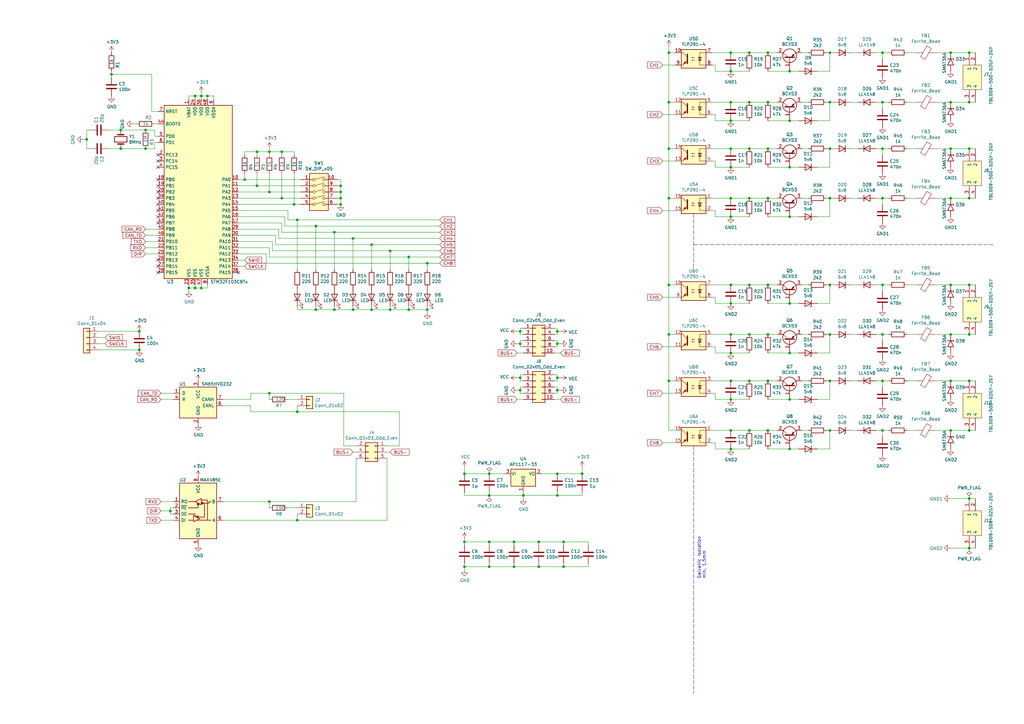
<source format=kicad_sch>
(kicad_sch (version 20211123) (generator eeschema)
  (paper "A3")
  (junction (at 220.98 232.41))
  (junction (at 314.96 41.91))
  (junction (at 57.15 143.51))
  (junction (at 314.96 60.96))
  (junction (at 340.36 116.84))
  (junction (at 340.36 21.59))
  (junction (at 152.4 127))
  (junction (at 361.95 81.28))
  (junction (at 274.32 116.84))
  (junction (at 299.72 144.78))
  (junction (at 129.54 92.71))
  (junction (at 299.72 29.21))
  (junction (at 59.69 53.34))
  (junction (at 299.72 21.59))
  (junction (at 389.89 116.84))
  (junction (at 105.41 62.23))
  (junction (at 110.49 78.74))
  (junction (at 307.34 21.59))
  (junction (at 323.85 88.9))
  (junction (at 85.09 39.37))
  (junction (at 110.49 62.23))
  (junction (at 299.72 49.53))
  (junction (at 299.72 68.58))
  (junction (at 57.15 135.89))
  (junction (at 340.36 41.91))
  (junction (at 200.66 194.31))
  (junction (at 361.95 116.84))
  (junction (at 314.96 137.16))
  (junction (at 210.82 222.25))
  (junction (at 49.53 60.96))
  (junction (at 115.57 81.28))
  (junction (at 175.26 127))
  (junction (at 389.89 41.91))
  (junction (at 299.72 184.15))
  (junction (at 228.6 140.97))
  (junction (at 200.66 203.2))
  (junction (at 299.72 81.28))
  (junction (at 299.72 116.84))
  (junction (at 299.72 163.83))
  (junction (at 213.36 140.97))
  (junction (at 361.95 176.53))
  (junction (at 228.6 135.89))
  (junction (at 100.33 73.66))
  (junction (at 200.66 232.41))
  (junction (at 299.72 156.21))
  (junction (at 129.54 127))
  (junction (at 190.5 222.25))
  (junction (at 110.49 161.29))
  (junction (at 361.95 156.21))
  (junction (at 299.72 60.96))
  (junction (at 361.95 41.91))
  (junction (at 120.65 83.82))
  (junction (at 213.36 154.94))
  (junction (at 397.51 176.53))
  (junction (at 59.69 60.96))
  (junction (at 274.32 137.16))
  (junction (at 210.82 232.41))
  (junction (at 361.95 60.96))
  (junction (at 314.96 81.28))
  (junction (at 314.96 156.21))
  (junction (at 214.63 203.2))
  (junction (at 389.89 81.28))
  (junction (at 80.01 118.11))
  (junction (at 397.51 21.59))
  (junction (at 274.32 156.21))
  (junction (at 340.36 137.16))
  (junction (at 323.85 184.15))
  (junction (at 190.5 232.41))
  (junction (at 340.36 60.96))
  (junction (at 213.36 135.89))
  (junction (at 361.95 137.16))
  (junction (at 121.92 90.17))
  (junction (at 228.6 203.2))
  (junction (at 45.72 30.48))
  (junction (at 299.72 88.9))
  (junction (at 323.85 49.53))
  (junction (at 144.78 97.79))
  (junction (at 160.02 127))
  (junction (at 389.89 176.53))
  (junction (at 389.89 156.21))
  (junction (at 238.76 194.31))
  (junction (at 307.34 60.96))
  (junction (at 160.02 102.87))
  (junction (at 121.92 168.91))
  (junction (at 80.01 39.37))
  (junction (at 69.85 209.55))
  (junction (at 200.66 222.25))
  (junction (at 137.16 127))
  (junction (at 389.89 137.16))
  (junction (at 340.36 156.21))
  (junction (at 397.51 116.84))
  (junction (at 220.98 222.25))
  (junction (at 274.32 60.96))
  (junction (at 314.96 116.84))
  (junction (at 323.85 29.21))
  (junction (at 299.72 124.46))
  (junction (at 397.51 137.16))
  (junction (at 167.64 127))
  (junction (at 389.89 21.59))
  (junction (at 397.51 204.47))
  (junction (at 299.72 41.91))
  (junction (at 340.36 81.28))
  (junction (at 190.5 194.31))
  (junction (at 105.41 76.2))
  (junction (at 82.55 118.11))
  (junction (at 228.6 154.94))
  (junction (at 167.64 105.41))
  (junction (at 139.7 78.74))
  (junction (at 323.85 124.46))
  (junction (at 307.34 116.84))
  (junction (at 389.89 60.96))
  (junction (at 397.51 81.28))
  (junction (at 35.56 57.15))
  (junction (at 139.7 76.2))
  (junction (at 228.6 160.02))
  (junction (at 274.32 41.91))
  (junction (at 307.34 176.53))
  (junction (at 121.92 213.36))
  (junction (at 274.32 81.28))
  (junction (at 49.53 53.34))
  (junction (at 231.14 222.25))
  (junction (at 299.72 176.53))
  (junction (at 307.34 41.91))
  (junction (at 397.51 41.91))
  (junction (at 323.85 68.58))
  (junction (at 139.7 81.28))
  (junction (at 361.95 21.59))
  (junction (at 115.57 62.23))
  (junction (at 299.72 137.16))
  (junction (at 307.34 81.28))
  (junction (at 110.49 205.74))
  (junction (at 274.32 21.59))
  (junction (at 397.51 224.79))
  (junction (at 77.47 118.11))
  (junction (at 152.4 100.33))
  (junction (at 144.78 127))
  (junction (at 307.34 156.21))
  (junction (at 314.96 176.53))
  (junction (at 228.6 194.31))
  (junction (at 307.34 137.16))
  (junction (at 175.26 107.95))
  (junction (at 397.51 60.96))
  (junction (at 137.16 95.25))
  (junction (at 314.96 21.59))
  (junction (at 397.51 156.21))
  (junction (at 213.36 160.02))
  (junction (at 231.14 232.41))
  (junction (at 323.85 163.83))
  (junction (at 323.85 144.78))
  (junction (at 139.7 83.82))
  (junction (at 340.36 176.53))
  (junction (at 82.55 39.37))
  (no_connect (at 97.79 111.76))
  (no_connect (at 64.77 106.68))
  (no_connect (at 64.77 91.44))
  (no_connect (at 64.77 63.5))
  (no_connect (at 64.77 66.04))
  (no_connect (at 64.77 88.9))
  (no_connect (at 64.77 76.2))
  (no_connect (at 64.77 68.58))
  (no_connect (at 64.77 73.66))
  (no_connect (at 64.77 81.28))
  (no_connect (at 64.77 109.22))
  (no_connect (at 64.77 86.36))
  (no_connect (at 64.77 78.74))
  (no_connect (at 64.77 83.82))
  (no_connect (at 64.77 111.76))
  (polyline (pts (xy 284.48 87.63) (xy 284.48 110.49)))
  (wire (pts (xy 213.36 154.94) (xy 212.09 154.94)))
  (wire (pts (xy 118.11 163.83) (xy 121.92 163.83)))
  (wire (pts (xy 175.26 127) (xy 175.26 125.73)))
  (wire (pts (xy 110.49 161.29) (xy 140.97 161.29)))
  (wire (pts (xy 397.51 137.16) (xy 389.89 137.16)))
  (wire (pts (xy 222.25 194.31) (xy 228.6 194.31)))
  (wire (pts (xy 80.01 39.37) (xy 82.55 39.37)))
  (wire (pts (xy 91.44 163.83) (xy 102.87 163.83)))
  (wire (pts (xy 364.49 81.28) (xy 361.95 81.28)))
  (wire (pts (xy 77.47 118.11) (xy 77.47 119.38)))
  (wire (pts (xy 383.54 116.84) (xy 389.89 116.84)))
  (wire (pts (xy 397.51 81.28) (xy 389.89 81.28)))
  (wire (pts (xy 400.05 81.28) (xy 397.51 81.28)))
  (wire (pts (xy 227.33 142.24) (xy 228.6 142.24)))
  (wire (pts (xy 210.82 231.14) (xy 210.82 232.41)))
  (wire (pts (xy 129.54 125.73) (xy 129.54 127)))
  (wire (pts (xy 228.6 158.75) (xy 227.33 158.75)))
  (wire (pts (xy 100.33 71.12) (xy 100.33 73.66)))
  (wire (pts (xy 364.49 116.84) (xy 361.95 116.84)))
  (wire (pts (xy 292.1 66.04) (xy 293.37 66.04)))
  (wire (pts (xy 49.53 53.34) (xy 59.69 53.34)))
  (wire (pts (xy 293.37 144.78) (xy 299.72 144.78)))
  (wire (pts (xy 341.63 137.16) (xy 340.36 137.16)))
  (wire (pts (xy 400.05 176.53) (xy 397.51 176.53)))
  (wire (pts (xy 118.11 86.36) (xy 97.79 86.36)))
  (wire (pts (xy 115.57 95.25) (xy 137.16 95.25)))
  (wire (pts (xy 341.63 116.84) (xy 340.36 116.84)))
  (wire (pts (xy 314.96 41.91) (xy 307.34 41.91)))
  (wire (pts (xy 200.66 203.2) (xy 214.63 203.2)))
  (wire (pts (xy 364.49 176.53) (xy 361.95 176.53)))
  (wire (pts (xy 213.36 158.75) (xy 214.63 158.75)))
  (wire (pts (xy 97.79 78.74) (xy 110.49 78.74)))
  (wire (pts (xy 307.34 41.91) (xy 299.72 41.91)))
  (wire (pts (xy 314.96 60.96) (xy 307.34 60.96)))
  (wire (pts (xy 105.41 71.12) (xy 105.41 76.2)))
  (wire (pts (xy 175.26 110.49) (xy 175.26 107.95)))
  (wire (pts (xy 293.37 26.67) (xy 293.37 29.21)))
  (wire (pts (xy 138.43 76.2) (xy 139.7 76.2)))
  (wire (pts (xy 227.33 161.29) (xy 228.6 161.29)))
  (wire (pts (xy 314.96 116.84) (xy 318.77 116.84)))
  (wire (pts (xy 340.36 21.59) (xy 339.09 21.59)))
  (wire (pts (xy 227.33 137.16) (xy 228.6 137.16)))
  (wire (pts (xy 375.92 41.91) (xy 372.11 41.91)))
  (wire (pts (xy 220.98 232.41) (xy 231.14 232.41)))
  (wire (pts (xy 335.28 184.15) (xy 340.36 184.15)))
  (wire (pts (xy 307.34 81.28) (xy 299.72 81.28)))
  (wire (pts (xy 341.63 60.96) (xy 340.36 60.96)))
  (wire (pts (xy 299.72 176.53) (xy 292.1 176.53)))
  (wire (pts (xy 340.36 68.58) (xy 340.36 60.96)))
  (wire (pts (xy 129.54 110.49) (xy 129.54 92.71)))
  (wire (pts (xy 349.25 176.53) (xy 351.79 176.53)))
  (wire (pts (xy 59.69 99.06) (xy 64.77 99.06)))
  (wire (pts (xy 228.6 154.94) (xy 229.87 154.94)))
  (wire (pts (xy 213.36 153.67) (xy 214.63 153.67)))
  (wire (pts (xy 327.66 184.15) (xy 323.85 184.15)))
  (wire (pts (xy 54.61 50.8) (xy 55.88 50.8)))
  (wire (pts (xy 293.37 121.92) (xy 293.37 124.46)))
  (wire (pts (xy 121.92 168.91) (xy 163.83 168.91)))
  (wire (pts (xy 274.32 19.05) (xy 274.32 21.59)))
  (wire (pts (xy 214.63 161.29) (xy 213.36 161.29)))
  (wire (pts (xy 335.28 124.46) (xy 340.36 124.46)))
  (wire (pts (xy 228.6 156.21) (xy 228.6 154.94)))
  (wire (pts (xy 82.55 118.11) (xy 85.09 118.11)))
  (wire (pts (xy 307.34 21.59) (xy 299.72 21.59)))
  (wire (pts (xy 340.36 81.28) (xy 339.09 81.28)))
  (wire (pts (xy 335.28 88.9) (xy 340.36 88.9)))
  (wire (pts (xy 69.85 209.55) (xy 69.85 208.28)))
  (wire (pts (xy 228.6 160.02) (xy 228.6 158.75)))
  (wire (pts (xy 97.79 99.06) (xy 111.76 99.06)))
  (wire (pts (xy 110.49 63.5) (xy 110.49 62.23)))
  (wire (pts (xy 340.36 176.53) (xy 339.09 176.53)))
  (wire (pts (xy 213.36 139.7) (xy 214.63 139.7)))
  (wire (pts (xy 375.92 156.21) (xy 372.11 156.21)))
  (wire (pts (xy 144.78 185.42) (xy 146.05 185.42)))
  (wire (pts (xy 274.32 81.28) (xy 274.32 116.84)))
  (wire (pts (xy 190.5 232.41) (xy 200.66 232.41)))
  (wire (pts (xy 97.79 104.14) (xy 109.22 104.14)))
  (wire (pts (xy 40.64 135.89) (xy 57.15 135.89)))
  (wire (pts (xy 361.95 41.91) (xy 359.41 41.91)))
  (wire (pts (xy 163.83 168.91) (xy 163.83 182.88)))
  (wire (pts (xy 327.66 88.9) (xy 323.85 88.9)))
  (wire (pts (xy 327.66 144.78) (xy 323.85 144.78)))
  (wire (pts (xy 115.57 63.5) (xy 115.57 62.23)))
  (wire (pts (xy 331.47 156.21) (xy 328.93 156.21)))
  (wire (pts (xy 175.26 127) (xy 167.64 127)))
  (wire (pts (xy 213.36 134.62) (xy 214.63 134.62)))
  (wire (pts (xy 340.36 49.53) (xy 340.36 41.91)))
  (wire (pts (xy 59.69 96.52) (xy 64.77 96.52)))
  (wire (pts (xy 271.78 26.67) (xy 276.86 26.67)))
  (wire (pts (xy 299.72 124.46) (xy 307.34 124.46)))
  (wire (pts (xy 327.66 29.21) (xy 323.85 29.21)))
  (wire (pts (xy 361.95 119.38) (xy 361.95 116.84)))
  (wire (pts (xy 307.34 137.16) (xy 299.72 137.16)))
  (wire (pts (xy 323.85 88.9) (xy 314.96 88.9)))
  (wire (pts (xy 293.37 29.21) (xy 299.72 29.21)))
  (wire (pts (xy 231.14 232.41) (xy 241.3 232.41)))
  (wire (pts (xy 100.33 73.66) (xy 123.19 73.66)))
  (wire (pts (xy 293.37 142.24) (xy 293.37 144.78)))
  (wire (pts (xy 71.12 210.82) (xy 69.85 210.82)))
  (wire (pts (xy 121.92 110.49) (xy 121.92 90.17)))
  (wire (pts (xy 97.79 93.98) (xy 114.3 93.98)))
  (wire (pts (xy 349.25 137.16) (xy 351.79 137.16)))
  (wire (pts (xy 45.72 30.48) (xy 62.23 30.48)))
  (wire (pts (xy 110.49 62.23) (xy 115.57 62.23)))
  (wire (pts (xy 152.4 110.49) (xy 152.4 100.33)))
  (wire (pts (xy 40.64 138.43) (xy 43.18 138.43)))
  (wire (pts (xy 323.85 49.53) (xy 314.96 49.53)))
  (wire (pts (xy 213.36 156.21) (xy 213.36 154.94)))
  (wire (pts (xy 110.49 101.6) (xy 110.49 105.41)))
  (wire (pts (xy 274.32 137.16) (xy 274.32 156.21)))
  (wire (pts (xy 341.63 81.28) (xy 340.36 81.28)))
  (wire (pts (xy 383.54 156.21) (xy 389.89 156.21)))
  (wire (pts (xy 335.28 49.53) (xy 340.36 49.53)))
  (wire (pts (xy 292.1 86.36) (xy 293.37 86.36)))
  (wire (pts (xy 190.5 233.68) (xy 190.5 232.41)))
  (wire (pts (xy 228.6 203.2) (xy 238.76 203.2)))
  (wire (pts (xy 62.23 45.72) (xy 64.77 45.72)))
  (wire (pts (xy 293.37 66.04) (xy 293.37 68.58)))
  (wire (pts (xy 293.37 86.36) (xy 293.37 88.9)))
  (wire (pts (xy 45.72 30.48) (xy 45.72 31.75)))
  (wire (pts (xy 375.92 176.53) (xy 372.11 176.53)))
  (wire (pts (xy 314.96 41.91) (xy 318.77 41.91)))
  (wire (pts (xy 274.32 156.21) (xy 274.32 176.53)))
  (wire (pts (xy 331.47 137.16) (xy 328.93 137.16)))
  (wire (pts (xy 383.54 21.59) (xy 389.89 21.59)))
  (wire (pts (xy 140.97 161.29) (xy 140.97 182.88)))
  (wire (pts (xy 331.47 60.96) (xy 328.93 60.96)))
  (wire (pts (xy 40.64 140.97) (xy 43.18 140.97)))
  (wire (pts (xy 123.19 81.28) (xy 115.57 81.28)))
  (wire (pts (xy 341.63 41.91) (xy 340.36 41.91)))
  (wire (pts (xy 299.72 68.58) (xy 307.34 68.58)))
  (wire (pts (xy 97.79 88.9) (xy 116.84 88.9)))
  (wire (pts (xy 228.6 160.02) (xy 229.87 160.02)))
  (wire (pts (xy 220.98 223.52) (xy 220.98 222.25)))
  (wire (pts (xy 59.69 101.6) (xy 64.77 101.6)))
  (wire (pts (xy 59.69 60.96) (xy 63.5 60.96)))
  (wire (pts (xy 36.83 60.96) (xy 35.56 60.96)))
  (wire (pts (xy 115.57 81.28) (xy 97.79 81.28)))
  (wire (pts (xy 110.49 71.12) (xy 110.49 78.74)))
  (wire (pts (xy 121.92 210.82) (xy 121.92 213.36)))
  (wire (pts (xy 361.95 63.5) (xy 361.95 60.96)))
  (wire (pts (xy 35.56 57.15) (xy 35.56 53.34)))
  (wire (pts (xy 323.85 124.46) (xy 314.96 124.46)))
  (wire (pts (xy 80.01 116.84) (xy 80.01 118.11)))
  (wire (pts (xy 274.32 41.91) (xy 274.32 60.96)))
  (wire (pts (xy 349.25 41.91) (xy 351.79 41.91)))
  (wire (pts (xy 213.36 135.89) (xy 212.09 135.89)))
  (wire (pts (xy 231.14 231.14) (xy 231.14 232.41)))
  (wire (pts (xy 340.36 184.15) (xy 340.36 176.53)))
  (wire (pts (xy 299.72 144.78) (xy 307.34 144.78)))
  (wire (pts (xy 299.72 88.9) (xy 307.34 88.9)))
  (wire (pts (xy 271.78 86.36) (xy 276.86 86.36)))
  (wire (pts (xy 228.6 153.67) (xy 227.33 153.67)))
  (wire (pts (xy 110.49 105.41) (xy 167.64 105.41)))
  (wire (pts (xy 144.78 97.79) (xy 180.34 97.79)))
  (wire (pts (xy 213.36 161.29) (xy 213.36 160.02)))
  (wire (pts (xy 213.36 137.16) (xy 213.36 135.89)))
  (wire (pts (xy 314.96 156.21) (xy 318.77 156.21)))
  (wire (pts (xy 293.37 46.99) (xy 293.37 49.53)))
  (wire (pts (xy 175.26 107.95) (xy 180.34 107.95)))
  (wire (pts (xy 59.69 104.14) (xy 64.77 104.14)))
  (wire (pts (xy 383.54 81.28) (xy 389.89 81.28)))
  (wire (pts (xy 231.14 222.25) (xy 241.3 222.25)))
  (wire (pts (xy 91.44 205.74) (xy 110.49 205.74)))
  (wire (pts (xy 105.41 76.2) (xy 97.79 76.2)))
  (wire (pts (xy 349.25 81.28) (xy 351.79 81.28)))
  (wire (pts (xy 34.29 57.15) (xy 35.56 57.15)))
  (wire (pts (xy 276.86 60.96) (xy 274.32 60.96)))
  (wire (pts (xy 293.37 184.15) (xy 299.72 184.15)))
  (wire (pts (xy 167.64 110.49) (xy 167.64 105.41)))
  (wire (pts (xy 389.89 224.79) (xy 397.51 224.79)))
  (wire (pts (xy 139.7 81.28) (xy 139.7 78.74)))
  (wire (pts (xy 241.3 222.25) (xy 241.3 223.52)))
  (wire (pts (xy 109.22 104.14) (xy 109.22 107.95)))
  (wire (pts (xy 40.64 143.51) (xy 57.15 143.51)))
  (wire (pts (xy 276.86 21.59) (xy 274.32 21.59)))
  (wire (pts (xy 105.41 62.23) (xy 110.49 62.23)))
  (wire (pts (xy 85.09 39.37) (xy 87.63 39.37)))
  (wire (pts (xy 35.56 53.34) (xy 36.83 53.34)))
  (wire (pts (xy 375.92 21.59) (xy 372.11 21.59)))
  (wire (pts (xy 200.66 222.25) (xy 210.82 222.25)))
  (wire (pts (xy 66.04 205.74) (xy 71.12 205.74)))
  (wire (pts (xy 115.57 62.23) (xy 120.65 62.23)))
  (wire (pts (xy 340.36 156.21) (xy 339.09 156.21)))
  (wire (pts (xy 137.16 95.25) (xy 180.34 95.25)))
  (wire (pts (xy 220.98 231.14) (xy 220.98 232.41)))
  (wire (pts (xy 200.66 223.52) (xy 200.66 222.25)))
  (wire (pts (xy 59.69 53.34) (xy 63.5 53.34)))
  (wire (pts (xy 361.95 156.21) (xy 359.41 156.21)))
  (wire (pts (xy 63.5 55.88) (xy 64.77 55.88)))
  (wire (pts (xy 361.95 21.59) (xy 359.41 21.59)))
  (wire (pts (xy 139.7 76.2) (xy 139.7 73.66)))
  (wire (pts (xy 397.51 156.21) (xy 389.89 156.21)))
  (wire (pts (xy 293.37 163.83) (xy 299.72 163.83)))
  (wire (pts (xy 160.02 127) (xy 152.4 127)))
  (wire (pts (xy 214.63 204.47) (xy 214.63 203.2)))
  (wire (pts (xy 271.78 142.24) (xy 276.86 142.24)))
  (wire (pts (xy 364.49 60.96) (xy 361.95 60.96)))
  (wire (pts (xy 341.63 156.21) (xy 340.36 156.21)))
  (wire (pts (xy 146.05 205.74) (xy 146.05 187.96)))
  (wire (pts (xy 364.49 137.16) (xy 361.95 137.16)))
  (wire (pts (xy 105.41 63.5) (xy 105.41 62.23)))
  (wire (pts (xy 49.53 60.96) (xy 59.69 60.96)))
  (wire (pts (xy 116.84 88.9) (xy 116.84 92.71)))
  (wire (pts (xy 71.12 163.83) (xy 66.04 163.83)))
  (wire (pts (xy 292.1 121.92) (xy 293.37 121.92)))
  (wire (pts (xy 115.57 71.12) (xy 115.57 81.28)))
  (wire (pts (xy 293.37 68.58) (xy 299.72 68.58)))
  (wire (pts (xy 383.54 41.91) (xy 389.89 41.91)))
  (wire (pts (xy 271.78 66.04) (xy 276.86 66.04)))
  (wire (pts (xy 111.76 99.06) (xy 111.76 102.87)))
  (wire (pts (xy 152.4 127) (xy 144.78 127)))
  (wire (pts (xy 227.33 156.21) (xy 228.6 156.21)))
  (wire (pts (xy 292.1 46.99) (xy 293.37 46.99)))
  (wire (pts (xy 299.72 163.83) (xy 307.34 163.83)))
  (wire (pts (xy 397.51 224.79) (xy 400.05 224.79)))
  (wire (pts (xy 341.63 21.59) (xy 340.36 21.59)))
  (wire (pts (xy 190.5 222.25) (xy 190.5 223.52)))
  (wire (pts (xy 299.72 41.91) (xy 292.1 41.91)))
  (wire (pts (xy 299.72 184.15) (xy 307.34 184.15)))
  (wire (pts (xy 200.66 231.14) (xy 200.66 232.41)))
  (wire (pts (xy 63.5 50.8) (xy 64.77 50.8)))
  (wire (pts (xy 314.96 137.16) (xy 307.34 137.16)))
  (wire (pts (xy 114.3 93.98) (xy 114.3 97.79)))
  (wire (pts (xy 323.85 29.21) (xy 314.96 29.21)))
  (wire (pts (xy 299.72 81.28) (xy 292.1 81.28)))
  (wire (pts (xy 271.78 121.92) (xy 276.86 121.92)))
  (wire (pts (xy 152.4 125.73) (xy 152.4 127)))
  (wire (pts (xy 375.92 81.28) (xy 372.11 81.28)))
  (wire (pts (xy 397.51 41.91) (xy 389.89 41.91)))
  (wire (pts (xy 340.36 29.21) (xy 340.36 21.59)))
  (wire (pts (xy 361.95 83.82) (xy 361.95 81.28)))
  (wire (pts (xy 375.92 60.96) (xy 372.11 60.96)))
  (wire (pts (xy 69.85 208.28) (xy 71.12 208.28)))
  (wire (pts (xy 91.44 166.37) (xy 102.87 166.37)))
  (wire (pts (xy 238.76 203.2) (xy 238.76 201.93)))
  (wire (pts (xy 292.1 181.61) (xy 293.37 181.61)))
  (wire (pts (xy 340.36 88.9) (xy 340.36 81.28)))
  (wire (pts (xy 160.02 125.73) (xy 160.02 127)))
  (wire (pts (xy 59.69 93.98) (xy 64.77 93.98)))
  (wire (pts (xy 340.36 60.96) (xy 339.09 60.96)))
  (wire (pts (xy 220.98 222.25) (xy 231.14 222.25)))
  (wire (pts (xy 110.49 208.28) (xy 110.49 205.74)))
  (wire (pts (xy 214.63 142.24) (xy 213.36 142.24)))
  (wire (pts (xy 97.79 96.52) (xy 113.03 96.52)))
  (wire (pts (xy 110.49 60.96) (xy 110.49 62.23)))
  (wire (pts (xy 375.92 116.84) (xy 372.11 116.84)))
  (wire (pts (xy 361.95 176.53) (xy 359.41 176.53)))
  (wire (pts (xy 123.19 76.2) (xy 105.41 76.2)))
  (wire (pts (xy 293.37 181.61) (xy 293.37 184.15)))
  (wire (pts (xy 383.54 60.96) (xy 389.89 60.96)))
  (wire (pts (xy 327.66 49.53) (xy 323.85 49.53)))
  (wire (pts (xy 129.54 92.71) (xy 180.34 92.71)))
  (wire (pts (xy 340.36 137.16) (xy 339.09 137.16)))
  (wire (pts (xy 121.92 213.36) (xy 158.75 213.36)))
  (wire (pts (xy 77.47 116.84) (xy 77.47 118.11)))
  (wire (pts (xy 228.6 134.62) (xy 227.33 134.62)))
  (wire (pts (xy 314.96 176.53) (xy 307.34 176.53)))
  (wire (pts (xy 340.36 144.78) (xy 340.36 137.16)))
  (wire (pts (xy 349.25 156.21) (xy 351.79 156.21)))
  (wire (pts (xy 63.5 58.42) (xy 64.77 58.42)))
  (wire (pts (xy 364.49 41.91) (xy 361.95 41.91)))
  (wire (pts (xy 400.05 156.21) (xy 397.51 156.21)))
  (wire (pts (xy 361.95 81.28) (xy 359.41 81.28)))
  (wire (pts (xy 323.85 68.58) (xy 314.96 68.58)))
  (wire (pts (xy 292.1 26.67) (xy 293.37 26.67)))
  (wire (pts (xy 397.51 60.96) (xy 389.89 60.96)))
  (wire (pts (xy 129.54 127) (xy 121.92 127)))
  (wire (pts (xy 62.23 30.48) (xy 62.23 45.72)))
  (wire (pts (xy 160.02 102.87) (xy 180.34 102.87)))
  (wire (pts (xy 118.11 208.28) (xy 121.92 208.28)))
  (wire (pts (xy 120.65 62.23) (xy 120.65 63.5)))
  (wire (pts (xy 400.05 41.91) (xy 397.51 41.91)))
  (wire (pts (xy 144.78 127) (xy 137.16 127)))
  (wire (pts (xy 102.87 168.91) (xy 121.92 168.91)))
  (wire (pts (xy 276.86 137.16) (xy 274.32 137.16)))
  (wire (pts (xy 214.63 156.21) (xy 213.36 156.21)))
  (wire (pts (xy 190.5 191.77) (xy 190.5 194.31)))
  (wire (pts (xy 293.37 88.9) (xy 299.72 88.9)))
  (wire (pts (xy 97.79 109.22) (xy 100.33 109.22)))
  (wire (pts (xy 167.64 127) (xy 160.02 127)))
  (wire (pts (xy 213.36 154.94) (xy 213.36 153.67)))
  (wire (pts (xy 175.26 128.27) (xy 175.26 127)))
  (wire (pts (xy 276.86 81.28) (xy 274.32 81.28)))
  (wire (pts (xy 276.86 116.84) (xy 274.32 116.84)))
  (wire (pts (xy 213.36 142.24) (xy 213.36 140.97)))
  (wire (pts (xy 63.5 53.34) (xy 63.5 55.88)))
  (wire (pts (xy 271.78 161.29) (xy 276.86 161.29)))
  (wire (pts (xy 293.37 161.29) (xy 293.37 163.83)))
  (wire (pts (xy 66.04 213.36) (xy 71.12 213.36)))
  (wire (pts (xy 400.05 60.96) (xy 397.51 60.96)))
  (wire (pts (xy 213.36 160.02) (xy 213.36 158.75)))
  (wire (pts (xy 137.16 125.73) (xy 137.16 127)))
  (wire (pts (xy 102.87 161.29) (xy 110.49 161.29)))
  (wire (pts (xy 238.76 194.31) (xy 238.76 191.77)))
  (wire (pts (xy 299.72 21.59) (xy 292.1 21.59)))
  (wire (pts (xy 397.51 176.53) (xy 389.89 176.53)))
  (wire (pts (xy 144.78 125.73) (xy 144.78 127)))
  (wire (pts (xy 314.96 81.28) (xy 318.77 81.28)))
  (wire (pts (xy 120.65 83.82) (xy 123.19 83.82)))
  (wire (pts (xy 361.95 60.96) (xy 359.41 60.96)))
  (wire (pts (xy 138.43 78.74) (xy 139.7 78.74)))
  (wire (pts (xy 389.89 204.47) (xy 397.51 204.47)))
  (wire (pts (xy 349.25 60.96) (xy 351.79 60.96)))
  (wire (pts (xy 307.34 60.96) (xy 299.72 60.96)))
  (wire (pts (xy 77.47 40.64) (xy 77.47 39.37)))
  (wire (pts (xy 160.02 185.42) (xy 158.75 185.42)))
  (wire (pts (xy 137.16 110.49) (xy 137.16 95.25)))
  (wire (pts (xy 212.09 144.78) (xy 214.63 144.78)))
  (wire (pts (xy 158.75 213.36) (xy 158.75 187.96)))
  (wire (pts (xy 361.95 139.7) (xy 361.95 137.16)))
  (wire (pts (xy 327.66 124.46) (xy 323.85 124.46)))
  (wire (pts (xy 361.95 179.07) (xy 361.95 176.53)))
  (wire (pts (xy 228.6 139.7) (xy 227.33 139.7)))
  (wire (pts (xy 97.79 101.6) (xy 110.49 101.6)))
  (wire (pts (xy 77.47 39.37) (xy 80.01 39.37)))
  (wire (pts (xy 116.84 92.71) (xy 129.54 92.71)))
  (wire (pts (xy 210.82 222.25) (xy 220.98 222.25)))
  (wire (pts (xy 314.96 137.16) (xy 318.77 137.16)))
  (wire (pts (xy 361.95 44.45) (xy 361.95 41.91)))
  (wire (pts (xy 327.66 163.83) (xy 323.85 163.83)))
  (wire (pts (xy 190.5 201.93) (xy 190.5 203.2)))
  (wire (pts (xy 323.85 163.83) (xy 314.96 163.83)))
  (wire (pts (xy 97.79 91.44) (xy 115.57 91.44)))
  (wire (pts (xy 190.5 222.25) (xy 200.66 222.25)))
  (wire (pts (xy 102.87 166.37) (xy 102.87 168.91)))
  (wire (pts (xy 113.03 96.52) (xy 113.03 100.33)))
  (wire (pts (xy 271.78 181.61) (xy 276.86 181.61)))
  (wire (pts (xy 299.72 29.21) (xy 307.34 29.21)))
  (wire (pts (xy 210.82 223.52) (xy 210.82 222.25)))
  (wire (pts (xy 228.6 135.89) (xy 228.6 134.62)))
  (wire (pts (xy 152.4 100.33) (xy 180.34 100.33)))
  (wire (pts (xy 274.32 176.53) (xy 276.86 176.53)))
  (wire (pts (xy 292.1 161.29) (xy 293.37 161.29)))
  (wire (pts (xy 400.05 137.16) (xy 397.51 137.16)))
  (wire (pts (xy 207.01 194.31) (xy 200.66 194.31)))
  (wire (pts (xy 214.63 137.16) (xy 213.36 137.16)))
  (wire (pts (xy 292.1 142.24) (xy 293.37 142.24)))
  (wire (pts (xy 383.54 137.16) (xy 389.89 137.16)))
  (wire (pts (xy 190.5 220.98) (xy 190.5 222.25)))
  (wire (pts (xy 241.3 232.41) (xy 241.3 231.14)))
  (wire (pts (xy 375.92 137.16) (xy 372.11 137.16)))
  (wire (pts (xy 45.72 29.21) (xy 45.72 30.48)))
  (wire (pts (xy 299.72 116.84) (xy 292.1 116.84)))
  (wire (pts (xy 139.7 78.74) (xy 139.7 76.2)))
  (wire (pts (xy 200.66 194.31) (xy 190.5 194.31)))
  (wire (pts (xy 214.63 201.93) (xy 214.63 203.2)))
  (wire (pts (xy 121.92 166.37) (xy 121.92 168.91)))
  (polyline (pts (xy 284.48 100.33) (xy 407.67 100.33)))
  (wire (pts (xy 340.36 41.91) (xy 339.09 41.91)))
  (wire (pts (xy 137.16 127) (xy 129.54 127)))
  (wire (pts (xy 97.79 83.82) (xy 120.65 83.82)))
  (wire (pts (xy 102.87 163.83) (xy 102.87 161.29)))
  (wire (pts (xy 364.49 21.59) (xy 361.95 21.59)))
  (wire (pts (xy 314.96 116.84) (xy 307.34 116.84)))
  (wire (pts (xy 163.83 182.88) (xy 158.75 182.88)))
  (wire (pts (xy 361.95 24.13) (xy 361.95 21.59)))
  (wire (pts (xy 397.51 21.59) (xy 389.89 21.59)))
  (wire (pts (xy 66.04 161.29) (xy 71.12 161.29)))
  (wire (pts (xy 274.32 21.59) (xy 274.32 41.91)))
  (wire (pts (xy 276.86 156.21) (xy 274.32 156.21)))
  (wire (pts (xy 293.37 124.46) (xy 299.72 124.46)))
  (wire (pts (xy 80.01 118.11) (xy 82.55 118.11)))
  (wire (pts (xy 228.6 194.31) (xy 238.76 194.31)))
  (wire (pts (xy 114.3 97.79) (xy 144.78 97.79)))
  (wire (pts (xy 331.47 116.84) (xy 328.93 116.84)))
  (wire (pts (xy 335.28 68.58) (xy 340.36 68.58)))
  (wire (pts (xy 327.66 68.58) (xy 323.85 68.58)))
  (wire (pts (xy 87.63 39.37) (xy 87.63 40.64)))
  (wire (pts (xy 228.6 142.24) (xy 228.6 140.97)))
  (wire (pts (xy 331.47 21.59) (xy 328.93 21.59)))
  (wire (pts (xy 314.96 21.59) (xy 318.77 21.59)))
  (wire (pts (xy 212.09 163.83) (xy 214.63 163.83)))
  (wire (pts (xy 214.63 203.2) (xy 228.6 203.2)))
  (wire (pts (xy 139.7 73.66) (xy 138.43 73.66)))
  (wire (pts (xy 299.72 49.53) (xy 307.34 49.53)))
  (wire (pts (xy 77.47 118.11) (xy 80.01 118.11)))
  (wire (pts (xy 44.45 53.34) (xy 49.53 53.34)))
  (wire (pts (xy 335.28 144.78) (xy 340.36 144.78)))
  (wire (pts (xy 228.6 135.89) (xy 229.87 135.89)))
  (wire (pts (xy 228.6 137.16) (xy 228.6 135.89)))
  (wire (pts (xy 100.33 106.68) (xy 97.79 106.68)))
  (wire (pts (xy 335.28 29.21) (xy 340.36 29.21)))
  (wire (pts (xy 200.66 201.93) (xy 200.66 203.2)))
  (wire (pts (xy 314.96 176.53) (xy 318.77 176.53)))
  (wire (pts (xy 331.47 81.28) (xy 328.93 81.28)))
  (wire (pts (xy 314.96 21.59) (xy 307.34 21.59)))
  (wire (pts (xy 121.92 127) (xy 121.92 125.73)))
  (wire (pts (xy 180.34 90.17) (xy 121.92 90.17)))
  (wire (pts (xy 340.36 124.46) (xy 340.36 116.84)))
  (wire (pts (xy 307.34 156.21) (xy 299.72 156.21)))
  (wire (pts (xy 113.03 100.33) (xy 152.4 100.33)))
  (wire (pts (xy 69.85 210.82) (xy 69.85 209.55)))
  (wire (pts (xy 111.76 102.87) (xy 160.02 102.87)))
  (wire (pts (xy 400.05 116.84) (xy 397.51 116.84)))
  (wire (pts (xy 323.85 144.78) (xy 314.96 144.78)))
  (wire (pts (xy 82.55 116.84) (xy 82.55 118.11)))
  (wire (pts (xy 82.55 39.37) (xy 85.09 39.37)))
  (wire (pts (xy 299.72 60.96) (xy 292.1 60.96)))
  (wire (pts (xy 213.36 140.97) (xy 212.09 140.97)))
  (wire (pts (xy 110.49 78.74) (xy 123.19 78.74)))
  (wire (pts (xy 91.44 213.36) (xy 121.92 213.36)))
  (wire (pts (xy 200.66 232.41) (xy 210.82 232.41)))
  (wire (pts (xy 276.86 41.91) (xy 274.32 41.91)))
  (wire (pts (xy 341.63 176.53) (xy 340.36 176.53)))
  (wire (pts (xy 314.96 60.96) (xy 318.77 60.96)))
  (wire (pts (xy 361.95 158.75) (xy 361.95 156.21)))
  (wire (pts (xy 397.51 116.84) (xy 389.89 116.84)))
  (wire (pts (xy 400.05 21.59) (xy 397.51 21.59)))
  (wire (pts (xy 314.96 81.28) (xy 307.34 81.28)))
  (wire (pts (xy 349.25 116.84) (xy 351.79 116.84)))
  (wire (pts (xy 100.33 62.23) (xy 105.41 62.23)))
  (polyline (pts (xy 284.48 182.88) (xy 284.48 284.48)))
  (wire (pts (xy 307.34 176.53) (xy 299.72 176.53)))
  (wire (pts (xy 323.85 184.15) (xy 314.96 184.15)))
  (wire (pts (xy 100.33 63.5) (xy 100.33 62.23)))
  (wire (pts (xy 85.09 40.64) (xy 85.09 39.37)))
  (wire (pts (xy 299.72 156.21) (xy 292.1 156.21)))
  (wire (pts (xy 314.96 156.21) (xy 307.34 156.21)))
  (wire (pts (xy 228.6 140.97) (xy 228.6 139.7)))
  (wire (pts (xy 139.7 83.82) (xy 139.7 81.28)))
  (wire (pts (xy 167.64 125.73) (xy 167.64 127)))
  (wire (pts (xy 213.36 140.97) (xy 213.36 139.7)))
  (wire (pts (xy 190.5 203.2) (xy 200.66 203.2)))
  (wire (pts (xy 397.51 204.47) (xy 400.05 204.47)))
  (wire (pts (xy 335.28 163.83) (xy 340.36 163.83)))
  (wire (pts (xy 274.32 116.84) (xy 274.32 137.16)))
  (wire (pts (xy 167.64 105.41) (xy 180.34 105.41)))
  (wire (pts (xy 138.43 83.82) (xy 139.7 83.82)))
  (wire (pts (xy 120.65 71.12) (xy 120.65 83.82)))
  (wire (pts (xy 82.55 40.64) (xy 82.55 39.37)))
  (wire (pts (xy 227.33 144.78) (xy 229.87 144.78)))
  (wire (pts (xy 44.45 60.96) (xy 49.53 60.96)))
  (wire (pts (xy 138.43 81.28) (xy 139.7 81.28)))
  (wire (pts (xy 349.25 21.59) (xy 351.79 21.59)))
  (wire (pts (xy 293.37 49.53) (xy 299.72 49.53)))
  (wire (pts (xy 80.01 40.64) (xy 80.01 39.37)))
  (wire (pts (xy 115.57 91.44) (xy 115.57 95.25)))
  (wire (pts (xy 213.36 135.89) (xy 213.36 134.62)))
  (wire (pts (xy 110.49 205.74) (xy 146.05 205.74)))
  (wire (pts (xy 97.79 73.66) (xy 100.33 73.66)))
  (wire (pts (xy 274.32 60.96) (xy 274.32 81.28)))
  (wire (pts (xy 85.09 118.11) (xy 85.09 116.84)))
  (wire (pts (xy 364.49 156.21) (xy 361.95 156.21)))
  (wire (pts (xy 213.36 160.02) (xy 212.09 160.02)))
  (wire (pts (xy 231.14 223.52) (xy 231.14 222.25)))
  (wire (pts (xy 340.36 116.84) (xy 339.09 116.84)))
  (wire (pts (xy 63.5 60.96) (xy 63.5 58.42)))
  (wire (pts (xy 146.05 182.88) (xy 140.97 182.88)))
  (wire (pts (xy 190.5 232.41) (xy 190.5 231.14)))
  (wire (pts (xy 69.85 209.55) (xy 66.04 209.55)))
  (wire (pts (xy 228.6 161.29) (xy 228.6 160.02)))
  (wire (pts (xy 144.78 110.49) (xy 144.78 97.79)))
  (wire (pts (xy 210.82 232.41) (xy 220.98 232.41)))
  (wire (pts (xy 82.55 38.1) (xy 82.55 39.37)))
  (wire (pts (xy 271.78 46.99) (xy 276.86 46.99)))
  (wire (pts (xy 118.11 90.17) (xy 118.11 86.36)))
  (wire (pts (xy 160.02 110.49) (xy 160.02 102.87)))
  (wire (pts (xy 299.72 137.16) (xy 292.1 137.16)))
  (wire (pts (xy 228.6 154.94) (xy 228.6 153.67)))
  (wire (pts (xy 110.49 163.83) (xy 110.49 161.29)))
  (wire (pts (xy 227.33 163.83) (xy 229.87 163.83)))
  (wire (pts (xy 340.36 163.83) (xy 340.36 156.21)))
  (wire (pts (xy 109.22 107.95) (xy 175.26 107.95)))
  (wire (pts (xy 121.92 90.17) (xy 118.11 90.17)))
  (wire (pts (xy 35.56 60.96) (xy 35.56 57.15)))
  (wire (pts (xy 383.54 176.53) (xy 389.89 176.53)))
  (wire (pts (xy 307.34 116.84) (xy 299.72 116.84)))
  (wire (pts (xy 331.47 41.91) (xy 328.93 41.91)))
  (wire (pts (xy 228.6 140.97) (xy 229.87 140.97)))
  (wire (pts (xy 228.6 201.93) (xy 228.6 203.2)))
  (wire (pts (xy 361.95 137.16) (xy 359.41 137.16)))
  (wire (pts (xy 361.95 116.84) (xy 359.41 116.84)))
  (wire (pts (xy 331.47 176.53) (xy 328.93 176.53)))
  (text "Galvanic Isolation\nmin. 1.5mm" (at 289.56 237.49 90) (effects (font (size 1.27 1.27)) (justify left bottom)))
  (global_label "RXD" (shape input) (at 66.04 205.74 180) (property "Intersheet References" "${INTERSHEET_REFS}" (effects hide)))
  (global_label "CH2" (shape input) (at 271.78 46.99 180) (property "Intersheet References" "${INTERSHEET_REFS}" (effects hide)))
  (global_label "CH4" (shape input) (at 180.34 97.79 0) (property "Intersheet References" "${INTERSHEET_REFS}" (effects hide)))
  (global_label "CH1" (shape input) (at 271.78 26.67 180) (property "Intersheet References" "${INTERSHEET_REFS}" (effects hide)))
  (global_label "BUS-" (shape input) (at 229.87 144.78 0) (property "Intersheet References" "${INTERSHEET_REFS}" (effects hide)))
  (global_label "SWCLK" (shape input) (at 43.18 140.97 0) (property "Intersheet References" "${INTERSHEET_REFS}" (effects hide)))
  (global_label "CH7" (shape input) (at 271.78 161.29 180) (property "Intersheet References" "${INTERSHEET_REFS}" (effects hide)))
  (global_label "CH6" (shape input) (at 271.78 142.24 180) (property "Intersheet References" "${INTERSHEET_REFS}" (effects hide)))
  (global_label "SWCLK" (shape input) (at 100.33 109.22 0) (property "Intersheet References" "${INTERSHEET_REFS}" (effects hide)))
  (global_label "TXD" (shape input) (at 66.04 213.36 180) (property "Intersheet References" "${INTERSHEET_REFS}" (effects hide)))
  (global_label "SWIO" (shape input) (at 100.33 106.68 0) (property "Intersheet References" "${INTERSHEET_REFS}" (effects hide)))
  (global_label "DIR" (shape input) (at 66.04 209.55 180) (property "Intersheet References" "${INTERSHEET_REFS}" (effects hide)))
  (global_label "CAN_RD" (shape input) (at 59.69 93.98 180) (property "Intersheet References" "${INTERSHEET_REFS}" (effects hide)))
  (global_label "CH5" (shape input) (at 180.34 100.33 0) (property "Intersheet References" "${INTERSHEET_REFS}" (effects hide)))
  (global_label "CH8" (shape input) (at 180.34 107.95 0) (property "Intersheet References" "${INTERSHEET_REFS}" (effects hide)))
  (global_label "CH5" (shape input) (at 271.78 121.92 180) (property "Intersheet References" "${INTERSHEET_REFS}" (effects hide)))
  (global_label "CH2" (shape input) (at 180.34 92.71 0) (property "Intersheet References" "${INTERSHEET_REFS}" (effects hide)))
  (global_label "BUS+" (shape input) (at 144.78 185.42 180) (property "Intersheet References" "${INTERSHEET_REFS}" (effects hide)))
  (global_label "CAN_TD" (shape input) (at 66.04 161.29 180) (property "Intersheet References" "${INTERSHEET_REFS}" (effects hide)))
  (global_label "CH3" (shape input) (at 180.34 95.25 0) (property "Intersheet References" "${INTERSHEET_REFS}" (effects hide)))
  (global_label "CH8" (shape input) (at 271.78 181.61 180) (property "Intersheet References" "${INTERSHEET_REFS}" (effects hide)))
  (global_label "CH4" (shape input) (at 271.78 86.36 180) (property "Intersheet References" "${INTERSHEET_REFS}" (effects hide)))
  (global_label "CH1" (shape input) (at 180.34 90.17 0) (property "Intersheet References" "${INTERSHEET_REFS}" (effects hide)))
  (global_label "DIR" (shape input) (at 59.69 104.14 180) (property "Intersheet References" "${INTERSHEET_REFS}" (effects hide)))
  (global_label "CH3" (shape input) (at 271.78 66.04 180) (property "Intersheet References" "${INTERSHEET_REFS}" (effects hide)))
  (global_label "CAN_RD" (shape input) (at 66.04 163.83 180) (property "Intersheet References" "${INTERSHEET_REFS}" (effects hide)))
  (global_label "BUS-" (shape input) (at 160.02 185.42 0) (property "Intersheet References" "${INTERSHEET_REFS}" (effects hide)))
  (global_label "CH6" (shape input) (at 180.34 102.87 0) (property "Intersheet References" "${INTERSHEET_REFS}" (effects hide)))
  (global_label "CH7" (shape input) (at 180.34 105.41 0) (property "Intersheet References" "${INTERSHEET_REFS}" (effects hide)))
  (global_label "BUS+" (shape input) (at 212.09 163.83 180) (property "Intersheet References" "${INTERSHEET_REFS}" (effects hide)))
  (global_label "BUS-" (shape input) (at 229.87 163.83 0) (property "Intersheet References" "${INTERSHEET_REFS}" (effects hide)))
  (global_label "TXD" (shape input) (at 59.69 99.06 180) (property "Intersheet References" "${INTERSHEET_REFS}" (effects hide)))
  (global_label "BUS+" (shape input) (at 212.09 144.78 180) (property "Intersheet References" "${INTERSHEET_REFS}" (effects hide)))
  (global_label "CAN_TD" (shape input) (at 59.69 96.52 180) (property "Intersheet References" "${INTERSHEET_REFS}" (effects hide)))
  (global_label "SWIO" (shape input) (at 43.18 138.43 0) (property "Intersheet References" "${INTERSHEET_REFS}" (effects hide)))
  (global_label "RXD" (shape input) (at 59.69 101.6 180) (property "Intersheet References" "${INTERSHEET_REFS}" (effects hide)))
  (symbol (lib_id "power:GND") (at 77.47 119.38 0) (unit 1)
    (property "Reference" "#PWR07" (effects hide))
    (property "Value" "GND" (at 77.597 123.7742 0))
  )
  (symbol (lib_id "power:+3V3") (at 82.55 38.1 0) (unit 1)
    (property "Reference" "#PWR012" (effects hide))
    (property "Value" "+3V3" (at 82.931 33.7058 0))
  )
  (symbol (lib_id "Device:R") (at 59.69 57.15 180) (unit 1)
    (property "Reference" "R3" (at 62.23 59.69 90) (effects (justify right)))
    (property "Value" "1M" (at 59.69 58.42 90) (effects (justify right)))
    (property "Footprint" "Resistor_SMD:R_0805_2012Metric_Pad1.20x1.40mm_HandSolder" (effects hide))
  )
  (symbol (lib_id "Device:Crystal") (at 49.53 57.15 270) (unit 1)
    (property "Reference" "Y1" (at 52.8574 55.9816 90) (effects (justify left)))
    (property "Value" "8MHz" (at 52.8574 58.293 90) (effects (justify left)))
    (property "Footprint" "Crystal:Crystal_SMD_HC49-SD" (effects hide))
  )
  (symbol (lib_id "Device:C") (at 40.64 53.34 270) (unit 1)
    (property "Reference" "C1" (at 39.4716 50.419 0) (effects (justify right)))
    (property "Value" "20p" (at 41.783 50.419 0) (effects (justify right)))
    (property "Footprint" "Capacitor_SMD:C_0805_2012Metric_Pad1.18x1.45mm_HandSolder" (effects hide))
  )
  (symbol (lib_id "Device:C") (at 40.64 60.96 90) (unit 1)
    (property "Reference" "C2" (at 41.8084 63.881 0) (effects (justify right)))
    (property "Value" "20p" (at 39.497 63.881 0) (effects (justify right)))
    (property "Footprint" "Capacitor_SMD:C_0805_2012Metric_Pad1.18x1.45mm_HandSolder" (effects hide))
  )
  (symbol (lib_id "power:GND") (at 34.29 57.15 270) (unit 1)
    (property "Reference" "#PWR01" (effects hide))
    (property "Value" "GND" (at 29.8958 57.277 0))
  )
  (symbol (lib_id "Device:C") (at 45.72 35.56 180) (unit 1)
    (property "Reference" "C3" (at 48.641 34.3916 0) (effects (justify right)))
    (property "Value" "100n" (at 48.641 36.703 0) (effects (justify right)))
    (property "Footprint" "Capacitor_SMD:C_0805_2012Metric_Pad1.18x1.45mm_HandSolder" (effects hide))
  )
  (symbol (lib_id "Device:R") (at 59.69 50.8 270) (unit 1)
    (property "Reference" "R2" (at 62.23 48.26 90) (effects (justify right)))
    (property "Value" "1k" (at 60.96 50.8 90) (effects (justify right)))
    (property "Footprint" "Resistor_SMD:R_0805_2012Metric_Pad1.20x1.40mm_HandSolder" (effects hide))
  )
  (symbol (lib_id "power:GND") (at 54.61 50.8 270) (unit 1)
    (property "Reference" "#PWR04" (effects hide))
    (property "Value" "GND" (at 50.2158 50.927 0))
  )
  (symbol (lib_id "power:GND") (at 45.72 39.37 0) (unit 1)
    (property "Reference" "#PWR03" (effects hide))
    (property "Value" "GND" (at 45.847 43.7642 0))
  )
  (symbol (lib_id "Device:R") (at 45.72 25.4 180) (unit 1)
    (property "Reference" "R1" (at 48.26 27.94 90) (effects (justify right)))
    (property "Value" "1k" (at 45.72 26.67 90) (effects (justify right)))
    (property "Footprint" "Resistor_SMD:R_0805_2012Metric_Pad1.20x1.40mm_HandSolder" (effects hide))
  )
  (symbol (lib_id "power:+3V3") (at 45.72 21.59 0) (unit 1)
    (property "Reference" "#PWR02" (effects hide))
    (property "Value" "+3V3" (at 46.101 17.1958 0))
  )
  (symbol (lib_id "Interface_UART:MAX485E") (at 81.28 208.28 0) (unit 1)
    (property "Reference" "U2" (at 74.93 196.85 0))
    (property "Value" "MAX485E" (at 86.36 196.85 0))
    (property "Footprint" "Package_SO:SOIC-8_3.9x4.9mm_P1.27mm" (effects hide))
    (property "Datasheet" "https://datasheets.maximintegrated.com/en/ds/MAX1487E-MAX491E.pdf" (effects hide))
  )
  (symbol (lib_id "Interface_CAN_LIN:SN65HVD232") (at 81.28 163.83 0) (unit 1)
    (property "Reference" "U1" (at 74.93 157.48 0))
    (property "Value" "SN65HVD232" (at 88.9 157.48 0))
    (property "Footprint" "Package_SO:SOIC-8_3.9x4.9mm_P1.27mm" (effects hide))
    (property "Datasheet" "http://www.ti.com/lit/ds/symlink/sn65hvd230.pdf" (effects hide))
  )
  (symbol (lib_id "power:GND") (at 81.28 173.99 0) (unit 1)
    (property "Reference" "#PWR09" (effects hide))
    (property "Value" "GND" (at 81.407 178.3842 0))
  )
  (symbol (lib_id "power:GND") (at 81.28 223.52 0) (unit 1)
    (property "Reference" "#PWR011" (effects hide))
    (property "Value" "GND" (at 81.407 227.9142 0))
  )
  (symbol (lib_id "power:+3V3") (at 81.28 156.21 0) (unit 1)
    (property "Reference" "#PWR08" (effects hide))
    (property "Value" "+3V3" (at 81.661 151.8158 0))
  )
  (symbol (lib_id "power:+3V3") (at 81.28 195.58 0) (unit 1)
    (property "Reference" "#PWR010" (effects hide))
    (property "Value" "+3V3" (at 81.661 191.1858 0))
  )
  (symbol (lib_id "Connector_Generic:Conn_01x04") (at 35.56 138.43 0) (mirror y) (unit 1)
    (property "Reference" "J1" (at 37.6428 130.3782 0))
    (property "Value" "Conn_01x04" (at 37.6428 132.6896 0))
    (property "Footprint" "Connector_PinHeader_2.54mm:PinHeader_1x04_P2.54mm_Vertical" (effects hide))
  )
  (symbol (lib_id "Connector_Generic:Conn_02x03_Odd_Even") (at 153.67 185.42 0) (mirror y) (unit 1)
    (property "Reference" "J4" (at 152.4 177.3682 0))
    (property "Value" "Conn_02x03_Odd_Even" (at 152.4 179.6796 0))
    (property "Footprint" "Connector_PinHeader_2.54mm:PinHeader_2x03_P2.54mm_Vertical" (effects hide))
  )
  (symbol (lib_id "Connector_Generic:Conn_01x02") (at 127 163.83 0) (unit 1)
    (property "Reference" "J2" (at 129.032 164.0332 0) (effects (justify left)))
    (property "Value" "Conn_01x02" (at 129.032 166.3446 0) (effects (justify left)))
    (property "Footprint" "Connector_PinHeader_2.54mm:PinHeader_1x02_P2.54mm_Vertical" (effects hide))
  )
  (symbol (lib_id "Connector_Generic:Conn_01x02") (at 127 208.28 0) (unit 1)
    (property "Reference" "J3" (at 129.032 208.4832 0) (effects (justify left)))
    (property "Value" "Conn_01x02" (at 129.032 210.7946 0) (effects (justify left)))
    (property "Footprint" "Connector_PinHeader_2.54mm:PinHeader_1x02_P2.54mm_Vertical" (effects hide))
  )
  (symbol (lib_id "Connector_Generic:Conn_02x05_Odd_Even") (at 219.71 139.7 0) (unit 1)
    (property "Reference" "J5" (at 220.98 129.1082 0))
    (property "Value" "Conn_02x05_Odd_Even" (at 220.98 131.4196 0))
    (property "Footprint" "Connector_PinHeader_2.54mm:PinHeader_2x05_P2.54mm_Horizontal" (effects hide))
  )
  (symbol (lib_id "Device:R") (at 114.3 163.83 90) (unit 1)
    (property "Reference" "R7" (at 113.03 166.37 90) (effects (justify right)))
    (property "Value" "120" (at 113.03 163.83 90) (effects (justify right)))
    (property "Footprint" "Resistor_SMD:R_0805_2012Metric_Pad1.20x1.40mm_HandSolder" (effects hide))
  )
  (symbol (lib_id "Device:R") (at 114.3 208.28 90) (unit 1)
    (property "Reference" "R8" (at 113.03 210.82 90) (effects (justify right)))
    (property "Value" "150" (at 113.03 208.28 90) (effects (justify right)))
    (property "Footprint" "Resistor_SMD:R_0805_2012Metric_Pad1.20x1.40mm_HandSolder" (effects hide))
  )
  (symbol (lib_id "DI8_V1.1-rescue:TBL009-500-02GY-2GY-KiCAD_personalized") (at 400.05 21.59 270) (unit 1)
    (property "Reference" "J7" (at 403.3012 30.5816 90) (effects (justify left)))
    (property "Value" "TBL009-500-02GY-2GY" (at 406.4 19.05 0) (effects (justify left)))
    (property "Footprint" "KiCAD_Additional_Parts:TBL00950002GY2GY" (effects hide))
    (property "Datasheet" "https://www.cuidevices.com/product/resource/tbl009-500.pdf" (effects hide))
    (property "Description" "Conn Terminal Block 2 POS 5mm Solder RA Thru-Hole 10A/Contact" (effects hide))
    (property "Height" "13" (effects hide))
    (property "Manufacturer_Name" "CUI Inc." (effects hide))
    (property "Manufacturer_Part_Number" "TBL009-500-02GY-2GY" (effects hide))
    (property "Mouser Part Number" "490-TBL00950002GY2GY" (effects hide))
    (property "Mouser Price/Stock" "https://www.mouser.co.uk/ProductDetail/CUI-Devices/TBL009-500-02GY-2GY?qs=UXgszm6BlbHpkCnXmCRUvg%3D%3D" (effects hide))
    (property "Arrow Part Number" "TBL009-500-02GY-2GY" (effects hide))
    (property "Arrow Price/Stock" "https://www.arrow.com/en/products/tbl009-500-02gy-2gy/cui-devices?region=nac" (effects hide))
  )
  (symbol (lib_id "Diode:SM6T36A") (at 389.89 25.4 270) (unit 1)
    (property "Reference" "D33" (at 391.922 24.2316 90) (effects (justify left)))
    (property "Value" "SM6T36A" (at 387.35 21.59 0) (effects (justify left)))
    (property "Footprint" "Diode_SMD:D_SMB" (effects hide))
    (property "Datasheet" "https://www.st.com/resource/en/datasheet/sm6t.pdf" (effects hide))
  )
  (symbol (lib_id "DI8_V1.1-rescue:Ferrite_Bead-Device") (at 379.73 21.59 270) (unit 1)
    (property "Reference" "FB1" (at 379.73 14.6304 90))
    (property "Value" "Ferrite_Bead" (at 379.73 16.9418 90))
    (property "Footprint" "eigene:SMB-001" (effects hide))
  )
  (symbol (lib_id "Device:R") (at 368.3 21.59 270) (unit 1)
    (property "Reference" "R43" (at 368.3 16.3322 90))
    (property "Value" "1k" (at 368.3 18.6436 90))
    (property "Footprint" "Resistor_SMD:R_0805_2012Metric_Pad1.20x1.40mm_HandSolder" (effects hide))
  )
  (symbol (lib_id "Device:C") (at 361.95 27.94 180) (unit 1)
    (property "Reference" "C23" (at 364.871 26.7716 0) (effects (justify right)))
    (property "Value" "470n" (at 364.871 29.083 0) (effects (justify right)))
    (property "Footprint" "Capacitor_SMD:C_0805_2012Metric_Pad1.18x1.45mm_HandSolder" (effects hide))
  )
  (symbol (lib_id "Diode:LL4148") (at 355.6 21.59 0) (unit 1)
    (property "Reference" "D25" (at 355.6 16.0782 0))
    (property "Value" "LL4148" (at 355.6 18.3896 0))
    (property "Footprint" "Diode_SMD:D_MiniMELF" (effects hide))
    (property "Datasheet" "http://www.vishay.com/docs/85557/ll4148.pdf" (effects hide))
  )
  (symbol (lib_id "Device:D_Zener") (at 345.44 21.59 180) (unit 1)
    (property "Reference" "D17" (at 345.44 16.0782 0))
    (property "Value" "6v8" (at 345.44 18.3896 0))
    (property "Footprint" "Diode_SMD:D_MiniMELF" (effects hide))
  )
  (symbol (lib_id "Device:R") (at 335.28 21.59 270) (unit 1)
    (property "Reference" "R35" (at 335.28 16.3322 90))
    (property "Value" "2k2" (at 335.28 18.6436 90))
    (property "Footprint" "Resistor_SMD:R_0805_2012Metric_Pad1.20x1.40mm_HandSolder" (effects hide))
  )
  (symbol (lib_id "Device:D_Zener") (at 331.47 29.21 180) (unit 1)
    (property "Reference" "D9" (at 331.47 23.6982 0))
    (property "Value" "5v6" (at 331.47 26.0096 0))
    (property "Footprint" "Diode_SMD:D_MiniMELF" (effects hide))
  )
  (symbol (lib_id "Transistor_BJT:BCX53") (at 323.85 24.13 90) (unit 1)
    (property "Reference" "Q1" (at 323.85 15.7988 90))
    (property "Value" "BCX53" (at 323.85 18.1102 90))
    (property "Footprint" "Package_TO_SOT_SMD:SOT-89-3" (effects hide))
    (property "Datasheet" "http://www.infineon.com/dgdl/bcx51_bcx52_bcx53.pdf" (effects hide))
  )
  (symbol (lib_id "Device:R") (at 314.96 25.4 180) (unit 1)
    (property "Reference" "R27" (at 316.738 24.2316 0) (effects (justify right)))
    (property "Value" "47k" (at 316.738 26.543 0) (effects (justify right)))
    (property "Footprint" "Resistor_SMD:R_0805_2012Metric_Pad1.20x1.40mm_HandSolder" (effects hide))
  )
  (symbol (lib_id "Device:R") (at 307.34 25.4 180) (unit 1)
    (property "Reference" "R19" (at 309.118 24.2316 0) (effects (justify right)))
    (property "Value" "10k" (at 309.118 26.543 0) (effects (justify right)))
    (property "Footprint" "Resistor_SMD:R_0805_2012Metric_Pad1.20x1.40mm_HandSolder" (effects hide))
  )
  (symbol (lib_id "Device:C") (at 299.72 25.4 180) (unit 1)
    (property "Reference" "C15" (at 302.641 24.2316 0) (effects (justify right)))
    (property "Value" "1n" (at 302.641 26.543 0) (effects (justify right)))
    (property "Footprint" "Capacitor_SMD:C_0805_2012Metric_Pad1.18x1.45mm_HandSolder" (effects hide))
  )
  (symbol (lib_id "Isolator:TLP291-4") (at 284.48 83.82 0) (mirror y) (unit 1)
    (property "Reference" "U5" (at 284.48 75.565 0))
    (property "Value" "TLP291-4" (at 284.48 77.8764 0))
    (property "Footprint" "Package_SO:SOIC-16_4.55x10.3mm_P1.27mm" (effects hide))
    (property "Datasheet" "https://toshiba.semicon-storage.com/info/docget.jsp?did=12858&prodName=TLP291-4" (effects hide))
  )
  (symbol (lib_id "power:GND1") (at 389.89 29.21 0) (unit 1)
    (property "Reference" "#PWR044" (effects hide))
    (property "Value" "GND1" (at 390.017 33.6042 0))
  )
  (symbol (lib_id "power:GND1") (at 361.95 31.75 0) (unit 1)
    (property "Reference" "#PWR036" (effects hide))
    (property "Value" "GND1" (at 362.077 36.1442 0))
  )
  (symbol (lib_id "power:GND1") (at 299.72 29.21 0) (unit 1)
    (property "Reference" "#PWR028" (effects hide))
    (property "Value" "GND1" (at 299.847 33.6042 0))
  )
  (symbol (lib_id "Diode:SM6T36A") (at 389.89 45.72 270) (unit 1)
    (property "Reference" "D34" (at 391.922 44.5516 90) (effects (justify left)))
    (property "Value" "SM6T36A" (at 387.35 41.91 0) (effects (justify left)))
    (property "Footprint" "Diode_SMD:D_SMB" (effects hide))
    (property "Datasheet" "https://www.st.com/resource/en/datasheet/sm6t.pdf" (effects hide))
  )
  (symbol (lib_id "DI8_V1.1-rescue:Ferrite_Bead-Device") (at 379.73 41.91 270) (unit 1)
    (property "Reference" "FB2" (at 379.73 34.9504 90))
    (property "Value" "Ferrite_Bead" (at 379.73 37.2618 90))
    (property "Footprint" "eigene:SMB-001" (effects hide))
  )
  (symbol (lib_id "Device:R") (at 368.3 41.91 270) (unit 1)
    (property "Reference" "R44" (at 368.3 36.6522 90))
    (property "Value" "1k" (at 368.3 38.9636 90))
    (property "Footprint" "Resistor_SMD:R_0805_2012Metric_Pad1.20x1.40mm_HandSolder" (effects hide))
  )
  (symbol (lib_id "Device:C") (at 361.95 48.26 180) (unit 1)
    (property "Reference" "C24" (at 364.871 47.0916 0) (effects (justify right)))
    (property "Value" "470n" (at 364.871 49.403 0) (effects (justify right)))
    (property "Footprint" "Capacitor_SMD:C_0805_2012Metric_Pad1.18x1.45mm_HandSolder" (effects hide))
  )
  (symbol (lib_id "Diode:LL4148") (at 355.6 41.91 0) (unit 1)
    (property "Reference" "D26" (at 355.6 36.3982 0))
    (property "Value" "LL4148" (at 355.6 38.7096 0))
    (property "Footprint" "Diode_SMD:D_MiniMELF" (effects hide))
    (property "Datasheet" "http://www.vishay.com/docs/85557/ll4148.pdf" (effects hide))
  )
  (symbol (lib_id "Device:D_Zener") (at 345.44 41.91 180) (unit 1)
    (property "Reference" "D18" (at 345.44 36.3982 0))
    (property "Value" "6v8" (at 345.44 38.7096 0))
    (property "Footprint" "Diode_SMD:D_MiniMELF" (effects hide))
  )
  (symbol (lib_id "Device:R") (at 335.28 41.91 270) (unit 1)
    (property "Reference" "R36" (at 335.28 36.6522 90))
    (property "Value" "2k2" (at 335.28 38.9636 90))
    (property "Footprint" "Resistor_SMD:R_0805_2012Metric_Pad1.20x1.40mm_HandSolder" (effects hide))
  )
  (symbol (lib_id "Device:D_Zener") (at 331.47 49.53 180) (unit 1)
    (property "Reference" "D10" (at 331.47 44.0182 0))
    (property "Value" "5v6" (at 331.47 46.3296 0))
    (property "Footprint" "Diode_SMD:D_MiniMELF" (effects hide))
  )
  (symbol (lib_id "Transistor_BJT:BCX53") (at 323.85 44.45 90) (unit 1)
    (property "Reference" "Q2" (at 323.85 36.1188 90))
    (property "Value" "BCX53" (at 323.85 38.4302 90))
    (property "Footprint" "Package_TO_SOT_SMD:SOT-89-3" (effects hide))
    (property "Datasheet" "http://www.infineon.com/dgdl/bcx51_bcx52_bcx53.pdf" (effects hide))
  )
  (symbol (lib_id "Device:R") (at 314.96 45.72 180) (unit 1)
    (property "Reference" "R28" (at 316.738 44.5516 0) (effects (justify right)))
    (property "Value" "47k" (at 316.738 46.863 0) (effects (justify right)))
    (property "Footprint" "Resistor_SMD:R_0805_2012Metric_Pad1.20x1.40mm_HandSolder" (effects hide))
  )
  (symbol (lib_id "Device:R") (at 307.34 45.72 180) (unit 1)
    (property "Reference" "R20" (at 309.118 44.5516 0) (effects (justify right)))
    (property "Value" "10k" (at 309.118 46.863 0) (effects (justify right)))
    (property "Footprint" "Resistor_SMD:R_0805_2012Metric_Pad1.20x1.40mm_HandSolder" (effects hide))
  )
  (symbol (lib_id "Device:C") (at 299.72 45.72 180) (unit 1)
    (property "Reference" "C16" (at 302.641 44.5516 0) (effects (justify right)))
    (property "Value" "1n" (at 302.641 46.863 0) (effects (justify right)))
    (property "Footprint" "Capacitor_SMD:C_0805_2012Metric_Pad1.18x1.45mm_HandSolder" (effects hide))
  )
  (symbol (lib_id "power:GND1") (at 389.89 49.53 0) (unit 1)
    (property "Reference" "#PWR045" (effects hide))
    (property "Value" "GND1" (at 390.017 53.9242 0))
  )
  (symbol (lib_id "power:GND1") (at 361.95 52.07 0) (unit 1)
    (property "Reference" "#PWR037" (effects hide))
    (property "Value" "GND1" (at 362.077 56.4642 0))
  )
  (symbol (lib_id "power:GND1") (at 299.72 49.53 0) (unit 1)
    (property "Reference" "#PWR029" (effects hide))
    (property "Value" "GND1" (at 299.847 53.9242 0))
  )
  (symbol (lib_id "DI8_V1.1-rescue:TBL009-500-02GY-2GY-KiCAD_personalized") (at 400.05 60.96 270) (unit 1)
    (property "Reference" "J8" (at 403.3012 69.9516 90) (effects (justify left)))
    (property "Value" "TBL009-500-02GY-2GY" (at 406.4 58.42 0) (effects (justify left)))
    (property "Footprint" "KiCAD_Additional_Parts:TBL00950002GY2GY" (effects hide))
    (property "Datasheet" "https://www.cuidevices.com/product/resource/tbl009-500.pdf" (effects hide))
    (property "Description" "Conn Terminal Block 2 POS 5mm Solder RA Thru-Hole 10A/Contact" (effects hide))
    (property "Height" "13" (effects hide))
    (property "Manufacturer_Name" "CUI Inc." (effects hide))
    (property "Manufacturer_Part_Number" "TBL009-500-02GY-2GY" (effects hide))
    (property "Mouser Part Number" "490-TBL00950002GY2GY" (effects hide))
    (property "Mouser Price/Stock" "https://www.mouser.co.uk/ProductDetail/CUI-Devices/TBL009-500-02GY-2GY?qs=UXgszm6BlbHpkCnXmCRUvg%3D%3D" (effects hide))
    (property "Arrow Part Number" "TBL009-500-02GY-2GY" (effects hide))
    (property "Arrow Price/Stock" "https://www.arrow.com/en/products/tbl009-500-02gy-2gy/cui-devices?region=nac" (effects hide))
  )
  (symbol (lib_id "Diode:SM6T36A") (at 389.89 64.77 270) (unit 1)
    (property "Reference" "D35" (at 391.922 63.6016 90) (effects (justify left)))
    (property "Value" "SM6T36A" (at 387.35 60.96 0) (effects (justify left)))
    (property "Footprint" "Diode_SMD:D_SMB" (effects hide))
    (property "Datasheet" "https://www.st.com/resource/en/datasheet/sm6t.pdf" (effects hide))
  )
  (symbol (lib_id "DI8_V1.1-rescue:Ferrite_Bead-Device") (at 379.73 60.96 270) (unit 1)
    (property "Reference" "FB3" (at 379.73 54.0004 90))
    (property "Value" "Ferrite_Bead" (at 379.73 56.3118 90))
    (property "Footprint" "eigene:SMB-001" (effects hide))
  )
  (symbol (lib_id "Device:R") (at 368.3 60.96 270) (unit 1)
    (property "Reference" "R45" (at 368.3 55.7022 90))
    (property "Value" "1k" (at 368.3 58.0136 90))
    (property "Footprint" "Resistor_SMD:R_0805_2012Metric_Pad1.20x1.40mm_HandSolder" (effects hide))
  )
  (symbol (lib_id "Device:C") (at 361.95 67.31 180) (unit 1)
    (property "Reference" "C25" (at 364.871 66.1416 0) (effects (justify right)))
    (property "Value" "470n" (at 364.871 68.453 0) (effects (justify right)))
    (property "Footprint" "Capacitor_SMD:C_0805_2012Metric_Pad1.18x1.45mm_HandSolder" (effects hide))
  )
  (symbol (lib_id "Diode:LL4148") (at 355.6 60.96 0) (unit 1)
    (property "Reference" "D27" (at 355.6 55.4482 0))
    (property "Value" "LL4148" (at 355.6 57.7596 0))
    (property "Footprint" "Diode_SMD:D_MiniMELF" (effects hide))
    (property "Datasheet" "http://www.vishay.com/docs/85557/ll4148.pdf" (effects hide))
  )
  (symbol (lib_id "Device:D_Zener") (at 345.44 60.96 180) (unit 1)
    (property "Reference" "D19" (at 345.44 55.4482 0))
    (property "Value" "6v8" (at 345.44 57.7596 0))
    (property "Footprint" "Diode_SMD:D_MiniMELF" (effects hide))
  )
  (symbol (lib_id "Device:R") (at 335.28 60.96 270) (unit 1)
    (property "Reference" "R37" (at 335.28 55.7022 90))
    (property "Value" "2k2" (at 335.28 58.0136 90))
    (property "Footprint" "Resistor_SMD:R_0805_2012Metric_Pad1.20x1.40mm_HandSolder" (effects hide))
  )
  (symbol (lib_id "Device:D_Zener") (at 331.47 68.58 180) (unit 1)
    (property "Reference" "D11" (at 331.47 63.0682 0))
    (property "Value" "5v6" (at 331.47 65.3796 0))
    (property "Footprint" "Diode_SMD:D_MiniMELF" (effects hide))
  )
  (symbol (lib_id "Transistor_BJT:BCX53") (at 323.85 63.5 90) (unit 1)
    (property "Reference" "Q3" (at 323.85 55.1688 90))
    (property "Value" "BCX53" (at 323.85 57.4802 90))
    (property "Footprint" "Package_TO_SOT_SMD:SOT-89-3" (effects hide))
    (property "Datasheet" "http://www.infineon.com/dgdl/bcx51_bcx52_bcx53.pdf" (effects hide))
  )
  (symbol (lib_id "Device:R") (at 314.96 64.77 180) (unit 1)
    (property "Reference" "R29" (at 316.738 63.6016 0) (effects (justify right)))
    (property "Value" "47k" (at 316.738 65.913 0) (effects (justify right)))
    (property "Footprint" "Resistor_SMD:R_0805_2012Metric_Pad1.20x1.40mm_HandSolder" (effects hide))
  )
  (symbol (lib_id "Device:R") (at 307.34 64.77 180) (unit 1)
    (property "Reference" "R21" (at 309.118 63.6016 0) (effects (justify right)))
    (property "Value" "10k" (at 309.118 65.913 0) (effects (justify right)))
    (property "Footprint" "Resistor_SMD:R_0805_2012Metric_Pad1.20x1.40mm_HandSolder" (effects hide))
  )
  (symbol (lib_id "Device:C") (at 299.72 64.77 180) (unit 1)
    (property "Reference" "C17" (at 302.641 63.6016 0) (effects (justify right)))
    (property "Value" "1n" (at 302.641 65.913 0) (effects (justify right)))
    (property "Footprint" "Capacitor_SMD:C_0805_2012Metric_Pad1.18x1.45mm_HandSolder" (effects hide))
  )
  (symbol (lib_id "power:GND1") (at 389.89 68.58 0) (unit 1)
    (property "Reference" "#PWR046" (effects hide))
    (property "Value" "GND1" (at 390.017 72.9742 0))
  )
  (symbol (lib_id "power:GND1") (at 361.95 71.12 0) (unit 1)
    (property "Reference" "#PWR038" (effects hide))
    (property "Value" "GND1" (at 362.077 75.5142 0))
  )
  (symbol (lib_id "power:GND1") (at 299.72 68.58 0) (unit 1)
    (property "Reference" "#PWR030" (effects hide))
    (property "Value" "GND1" (at 299.847 72.9742 0))
  )
  (symbol (lib_id "Diode:SM6T36A") (at 389.89 85.09 270) (unit 1)
    (property "Reference" "D36" (at 391.922 83.9216 90) (effects (justify left)))
    (property "Value" "SM6T36A" (at 387.35 81.28 0) (effects (justify left)))
    (property "Footprint" "Diode_SMD:D_SMB" (effects hide))
    (property "Datasheet" "https://www.st.com/resource/en/datasheet/sm6t.pdf" (effects hide))
  )
  (symbol (lib_id "DI8_V1.1-rescue:Ferrite_Bead-Device") (at 379.73 81.28 270) (unit 1)
    (property "Reference" "FB4" (at 379.73 74.3204 90))
    (property "Value" "Ferrite_Bead" (at 379.73 76.6318 90))
    (property "Footprint" "eigene:SMB-001" (effects hide))
  )
  (symbol (lib_id "Device:R") (at 368.3 81.28 270) (unit 1)
    (property "Reference" "R46" (at 368.3 76.0222 90))
    (property "Value" "1k" (at 368.3 78.3336 90))
    (property "Footprint" "Resistor_SMD:R_0805_2012Metric_Pad1.20x1.40mm_HandSolder" (effects hide))
  )
  (symbol (lib_id "Device:C") (at 361.95 87.63 180) (unit 1)
    (property "Reference" "C26" (at 364.871 86.4616 0) (effects (justify right)))
    (property "Value" "470n" (at 364.871 88.773 0) (effects (justify right)))
    (property "Footprint" "Capacitor_SMD:C_0805_2012Metric_Pad1.18x1.45mm_HandSolder" (effects hide))
  )
  (symbol (lib_id "Diode:LL4148") (at 355.6 81.28 0) (unit 1)
    (property "Reference" "D28" (at 355.6 75.7682 0))
    (property "Value" "LL4148" (at 355.6 78.0796 0))
    (property "Footprint" "Diode_SMD:D_MiniMELF" (effects hide))
    (property "Datasheet" "http://www.vishay.com/docs/85557/ll4148.pdf" (effects hide))
  )
  (symbol (lib_id "Device:D_Zener") (at 345.44 81.28 180) (unit 1)
    (property "Reference" "D20" (at 345.44 75.7682 0))
    (property "Value" "6v8" (at 345.44 78.0796 0))
    (property "Footprint" "Diode_SMD:D_MiniMELF" (effects hide))
  )
  (symbol (lib_id "Device:R") (at 335.28 81.28 270) (unit 1)
    (property "Reference" "R38" (at 335.28 76.0222 90))
    (property "Value" "2k2" (at 335.28 78.3336 90))
    (property "Footprint" "Resistor_SMD:R_0805_2012Metric_Pad1.20x1.40mm_HandSolder" (effects hide))
  )
  (symbol (lib_id "Device:D_Zener") (at 331.47 88.9 180) (unit 1)
    (property "Reference" "D12" (at 331.47 83.3882 0))
    (property "Value" "5v6" (at 331.47 85.6996 0))
    (property "Footprint" "Diode_SMD:D_MiniMELF" (effects hide))
  )
  (symbol (lib_id "Transistor_BJT:BCX53") (at 323.85 83.82 90) (unit 1)
    (property "Reference" "Q4" (at 323.85 75.4888 90))
    (property "Value" "BCX53" (at 323.85 77.8002 90))
    (property "Footprint" "Package_TO_SOT_SMD:SOT-89-3" (effects hide))
    (property "Datasheet" "http://www.infineon.com/dgdl/bcx51_bcx52_bcx53.pdf" (effects hide))
  )
  (symbol (lib_id "Device:R") (at 314.96 85.09 180) (unit 1)
    (property "Reference" "R30" (at 316.738 83.9216 0) (effects (justify right)))
    (property "Value" "47k" (at 316.738 86.233 0) (effects (justify right)))
    (property "Footprint" "Resistor_SMD:R_0805_2012Metric_Pad1.20x1.40mm_HandSolder" (effects hide))
  )
  (symbol (lib_id "Device:R") (at 307.34 85.09 180) (unit 1)
    (property "Reference" "R22" (at 309.118 83.9216 0) (effects (justify right)))
    (property "Value" "10k" (at 309.118 86.233 0) (effects (justify right)))
    (property "Footprint" "Resistor_SMD:R_0805_2012Metric_Pad1.20x1.40mm_HandSolder" (effects hide))
  )
  (symbol (lib_id "Device:C") (at 299.72 85.09 180) (unit 1)
    (property "Reference" "C18" (at 302.641 83.9216 0) (effects (justify right)))
    (property "Value" "1n" (at 302.641 86.233 0) (effects (justify right)))
    (property "Footprint" "Capacitor_SMD:C_0805_2012Metric_Pad1.18x1.45mm_HandSolder" (effects hide))
  )
  (symbol (lib_id "power:GND1") (at 389.89 88.9 0) (unit 1)
    (property "Reference" "#PWR047" (effects hide))
    (property "Value" "GND1" (at 390.017 93.2942 0))
  )
  (symbol (lib_id "power:GND1") (at 361.95 91.44 0) (unit 1)
    (property "Reference" "#PWR039" (effects hide))
    (property "Value" "GND1" (at 362.077 95.8342 0))
  )
  (symbol (lib_id "power:GND1") (at 299.72 88.9 0) (unit 1)
    (property "Reference" "#PWR031" (effects hide))
    (property "Value" "GND1" (at 299.847 93.2942 0))
  )
  (symbol (lib_id "DI8_V1.1-rescue:TBL009-500-02GY-2GY-KiCAD_personalized") (at 400.05 116.84 270) (unit 1)
    (property "Reference" "J9" (at 403.3012 125.8316 90) (effects (justify left)))
    (property "Value" "TBL009-500-02GY-2GY" (at 406.4 114.3 0) (effects (justify left)))
    (property "Footprint" "KiCAD_Additional_Parts:TBL00950002GY2GY" (effects hide))
    (property "Datasheet" "https://www.cuidevices.com/product/resource/tbl009-500.pdf" (effects hide))
    (property "Description" "Conn Terminal Block 2 POS 5mm Solder RA Thru-Hole 10A/Contact" (effects hide))
    (property "Height" "13" (effects hide))
    (property "Manufacturer_Name" "CUI Inc." (effects hide))
    (property "Manufacturer_Part_Number" "TBL009-500-02GY-2GY" (effects hide))
    (property "Mouser Part Number" "490-TBL00950002GY2GY" (effects hide))
    (property "Mouser Price/Stock" "https://www.mouser.co.uk/ProductDetail/CUI-Devices/TBL009-500-02GY-2GY?qs=UXgszm6BlbHpkCnXmCRUvg%3D%3D" (effects hide))
    (property "Arrow Part Number" "TBL009-500-02GY-2GY" (effects hide))
    (property "Arrow Price/Stock" "https://www.arrow.com/en/products/tbl009-500-02gy-2gy/cui-devices?region=nac" (effects hide))
  )
  (symbol (lib_id "Diode:SM6T36A") (at 389.89 120.65 270) (unit 1)
    (property "Reference" "D37" (at 391.922 119.4816 90) (effects (justify left)))
    (property "Value" "SM6T36A" (at 387.35 116.84 0) (effects (justify left)))
    (property "Footprint" "Diode_SMD:D_SMB" (effects hide))
    (property "Datasheet" "https://www.st.com/resource/en/datasheet/sm6t.pdf" (effects hide))
  )
  (symbol (lib_id "DI8_V1.1-rescue:Ferrite_Bead-Device") (at 379.73 116.84 270) (unit 1)
    (property "Reference" "FB5" (at 379.73 109.8804 90))
    (property "Value" "Ferrite_Bead" (at 379.73 112.1918 90))
    (property "Footprint" "eigene:SMB-001" (effects hide))
  )
  (symbol (lib_id "Device:R") (at 368.3 116.84 270) (unit 1)
    (property "Reference" "R47" (at 368.3 111.5822 90))
    (property "Value" "1k" (at 368.3 113.8936 90))
    (property "Footprint" "Resistor_SMD:R_0805_2012Metric_Pad1.20x1.40mm_HandSolder" (effects hide))
  )
  (symbol (lib_id "Device:C") (at 361.95 123.19 180) (unit 1)
    (property "Reference" "C27" (at 364.871 122.0216 0) (effects (justify right)))
    (property "Value" "470n" (at 364.871 124.333 0) (effects (justify right)))
    (property "Footprint" "Capacitor_SMD:C_0805_2012Metric_Pad1.18x1.45mm_HandSolder" (effects hide))
  )
  (symbol (lib_id "Diode:LL4148") (at 355.6 116.84 0) (unit 1)
    (property "Reference" "D29" (at 355.6 111.3282 0))
    (property "Value" "LL4148" (at 355.6 113.6396 0))
    (property "Footprint" "Diode_SMD:D_MiniMELF" (effects hide))
    (property "Datasheet" "http://www.vishay.com/docs/85557/ll4148.pdf" (effects hide))
  )
  (symbol (lib_id "Device:D_Zener") (at 345.44 116.84 180) (unit 1)
    (property "Reference" "D21" (at 345.44 111.3282 0))
    (property "Value" "6v8" (at 345.44 113.6396 0))
    (property "Footprint" "Diode_SMD:D_MiniMELF" (effects hide))
  )
  (symbol (lib_id "Device:R") (at 335.28 116.84 270) (unit 1)
    (property "Reference" "R39" (at 335.28 111.5822 90))
    (property "Value" "2k2" (at 335.28 113.8936 90))
    (property "Footprint" "Resistor_SMD:R_0805_2012Metric_Pad1.20x1.40mm_HandSolder" (effects hide))
  )
  (symbol (lib_id "Device:D_Zener") (at 331.47 124.46 180) (unit 1)
    (property "Reference" "D13" (at 331.47 118.9482 0))
    (property "Value" "5v6" (at 331.47 121.2596 0))
    (property "Footprint" "Diode_SMD:D_MiniMELF" (effects hide))
  )
  (symbol (lib_id "Transistor_BJT:BCX53") (at 323.85 119.38 90) (unit 1)
    (property "Reference" "Q5" (at 323.85 111.0488 90))
    (property "Value" "BCX53" (at 323.85 113.3602 90))
    (property "Footprint" "Package_TO_SOT_SMD:SOT-89-3" (effects hide))
    (property "Datasheet" "http://www.infineon.com/dgdl/bcx51_bcx52_bcx53.pdf" (effects hide))
  )
  (symbol (lib_id "Device:R") (at 314.96 120.65 180) (unit 1)
    (property "Reference" "R31" (at 316.738 119.4816 0) (effects (justify right)))
    (property "Value" "47k" (at 316.738 121.793 0) (effects (justify right)))
    (property "Footprint" "Resistor_SMD:R_0805_2012Metric_Pad1.20x1.40mm_HandSolder" (effects hide))
  )
  (symbol (lib_id "Device:R") (at 307.34 120.65 180) (unit 1)
    (property "Reference" "R23" (at 309.118 119.4816 0) (effects (justify right)))
    (property "Value" "10k" (at 309.118 121.793 0) (effects (justify right)))
    (property "Footprint" "Resistor_SMD:R_0805_2012Metric_Pad1.20x1.40mm_HandSolder" (effects hide))
  )
  (symbol (lib_id "Device:C") (at 299.72 120.65 180) (unit 1)
    (property "Reference" "C19" (at 302.641 119.4816 0) (effects (justify right)))
    (property "Value" "1n" (at 302.641 121.793 0) (effects (justify right)))
    (property "Footprint" "Capacitor_SMD:C_0805_2012Metric_Pad1.18x1.45mm_HandSolder" (effects hide))
  )
  (symbol (lib_id "Isolator:TLP291-4") (at 284.48 179.07 0) (mirror y) (unit 1)
    (property "Reference" "U6" (at 284.48 170.815 0))
    (property "Value" "TLP291-4" (at 284.48 173.1264 0))
    (property "Footprint" "Package_SO:SOIC-16_4.55x10.3mm_P1.27mm" (effects hide))
    (property "Datasheet" "https://toshiba.semicon-storage.com/info/docget.jsp?did=12858&prodName=TLP291-4" (effects hide))
  )
  (symbol (lib_id "Diode:SM6T36A") (at 389.89 140.97 270) (unit 1)
    (property "Reference" "D38" (at 391.922 139.8016 90) (effects (justify left)))
    (property "Value" "SM6T36A" (at 387.35 137.16 0) (effects (justify left)))
    (property "Footprint" "Diode_SMD:D_SMB" (effects hide))
    (property "Datasheet" "https://www.st.com/resource/en/datasheet/sm6t.pdf" (effects hide))
  )
  (symbol (lib_id "DI8_V1.1-rescue:Ferrite_Bead-Device") (at 379.73 137.16 270) (unit 1)
    (property "Reference" "FB6" (at 379.73 130.2004 90))
    (property "Value" "Ferrite_Bead" (at 379.73 132.5118 90))
    (property "Footprint" "eigene:SMB-001" (effects hide))
  )
  (symbol (lib_id "Device:R") (at 368.3 137.16 270) (unit 1)
    (property "Reference" "R48" (at 368.3 131.9022 90))
    (property "Value" "1k" (at 368.3 134.2136 90))
    (property "Footprint" "Resistor_SMD:R_0805_2012Metric_Pad1.20x1.40mm_HandSolder" (effects hide))
  )
  (symbol (lib_id "Device:C") (at 361.95 143.51 180) (unit 1)
    (property "Reference" "C28" (at 364.871 142.3416 0) (effects (justify right)))
    (property "Value" "470n" (at 364.871 144.653 0) (effects (justify right)))
    (property "Footprint" "Capacitor_SMD:C_0805_2012Metric_Pad1.18x1.45mm_HandSolder" (effects hide))
  )
  (symbol (lib_id "Diode:LL4148") (at 355.6 137.16 0) (unit 1)
    (property "Reference" "D30" (at 355.6 131.6482 0))
    (property "Value" "LL4148" (at 355.6 133.9596 0))
    (property "Footprint" "Diode_SMD:D_MiniMELF" (effects hide))
    (property "Datasheet" "http://www.vishay.com/docs/85557/ll4148.pdf" (effects hide))
  )
  (symbol (lib_id "Device:D_Zener") (at 345.44 137.16 180) (unit 1)
    (property "Reference" "D22" (at 345.44 131.6482 0))
    (property "Value" "6v8" (at 345.44 133.9596 0))
    (property "Footprint" "Diode_SMD:D_MiniMELF" (effects hide))
  )
  (symbol (lib_id "Device:R") (at 335.28 137.16 270) (unit 1)
    (property "Reference" "R40" (at 335.28 131.9022 90))
    (property "Value" "2k2" (at 335.28 134.2136 90))
    (property "Footprint" "Resistor_SMD:R_0805_2012Metric_Pad1.20x1.40mm_HandSolder" (effects hide))
  )
  (symbol (lib_id "Device:D_Zener") (at 331.47 144.78 180) (unit 1)
    (property "Reference" "D14" (at 331.47 139.2682 0))
    (property "Value" "5v6" (at 331.47 141.5796 0))
    (property "Footprint" "Diode_SMD:D_MiniMELF" (effects hide))
  )
  (symbol (lib_id "Transistor_BJT:BCX53") (at 323.85 139.7 90) (unit 1)
    (property "Reference" "Q6" (at 323.85 131.3688 90))
    (property "Value" "BCX53" (at 323.85 133.6802 90))
    (property "Footprint" "Package_TO_SOT_SMD:SOT-89-3" (effects hide))
    (property "Datasheet" "http://www.infineon.com/dgdl/bcx51_bcx52_bcx53.pdf" (effects hide))
  )
  (symbol (lib_id "Device:R") (at 314.96 140.97 180) (unit 1)
    (property "Reference" "R32" (at 316.738 139.8016 0) (effects (justify right)))
    (property "Value" "47k" (at 316.738 142.113 0) (effects (justify right)))
    (property "Footprint" "Resistor_SMD:R_0805_2012Metric_Pad1.20x1.40mm_HandSolder" (effects hide))
  )
  (symbol (lib_id "Device:R") (at 307.34 140.97 180) (unit 1)
    (property "Reference" "R24" (at 309.118 139.8016 0) (effects (justify right)))
    (property "Value" "10k" (at 309.118 142.113 0) (effects (justify right)))
    (property "Footprint" "Resistor_SMD:R_0805_2012Metric_Pad1.20x1.40mm_HandSolder" (effects hide))
  )
  (symbol (lib_id "Device:C") (at 299.72 140.97 180) (unit 1)
    (property "Reference" "C20" (at 302.641 139.8016 0) (effects (justify right)))
    (property "Value" "1n" (at 302.641 142.113 0) (effects (justify right)))
    (property "Footprint" "Capacitor_SMD:C_0805_2012Metric_Pad1.18x1.45mm_HandSolder" (effects hide))
  )
  (symbol (lib_id "power:GND2") (at 299.72 124.46 0) (unit 1)
    (property "Reference" "#PWR032" (effects hide))
    (property "Value" "GND2" (at 299.847 128.8542 0))
  )
  (symbol (lib_id "power:GND2") (at 361.95 127 0) (unit 1)
    (property "Reference" "#PWR040" (effects hide))
    (property "Value" "GND2" (at 362.077 131.3942 0))
  )
  (symbol (lib_id "power:GND2") (at 389.89 124.46 0) (unit 1)
    (property "Reference" "#PWR048" (effects hide))
    (property "Value" "GND2" (at 390.017 128.8542 0))
  )
  (symbol (lib_id "power:GND2") (at 389.89 144.78 0) (unit 1)
    (property "Reference" "#PWR049" (effects hide))
    (property "Value" "GND2" (at 390.017 149.1742 0))
  )
  (symbol (lib_id "power:GND2") (at 361.95 147.32 0) (unit 1)
    (property "Reference" "#PWR041" (effects hide))
    (property "Value" "GND2" (at 362.077 151.7142 0))
  )
  (symbol (lib_id "power:GND2") (at 299.72 144.78 0) (unit 1)
    (property "Reference" "#PWR033" (effects hide))
    (property "Value" "GND2" (at 299.847 149.1742 0))
  )
  (symbol (lib_id "DI8_V1.1-rescue:TBL009-500-02GY-2GY-KiCAD_personalized") (at 400.05 156.21 270) (unit 1)
    (property "Reference" "J10" (at 403.3012 165.2016 90) (effects (justify left)))
    (property "Value" "TBL009-500-02GY-2GY" (at 406.4 153.67 0) (effects (justify left)))
    (property "Footprint" "KiCAD_Additional_Parts:TBL00950002GY2GY" (effects hide))
    (property "Datasheet" "https://www.cuidevices.com/product/resource/tbl009-500.pdf" (effects hide))
    (property "Description" "Conn Terminal Block 2 POS 5mm Solder RA Thru-Hole 10A/Contact" (effects hide))
    (property "Height" "13" (effects hide))
    (property "Manufacturer_Name" "CUI Inc." (effects hide))
    (property "Manufacturer_Part_Number" "TBL009-500-02GY-2GY" (effects hide))
    (property "Mouser Part Number" "490-TBL00950002GY2GY" (effects hide))
    (property "Mouser Price/Stock" "https://www.mouser.co.uk/ProductDetail/CUI-Devices/TBL009-500-02GY-2GY?qs=UXgszm6BlbHpkCnXmCRUvg%3D%3D" (effects hide))
    (property "Arrow Part Number" "TBL009-500-02GY-2GY" (effects hide))
    (property "Arrow Price/Stock" "https://www.arrow.com/en/products/tbl009-500-02gy-2gy/cui-devices?region=nac" (effects hide))
  )
  (symbol (lib_id "Diode:SM6T36A") (at 389.89 160.02 270) (unit 1)
    (property "Reference" "D39" (at 391.922 158.8516 90) (effects (justify left)))
    (property "Value" "SM6T36A" (at 387.35 156.21 0) (effects (justify left)))
    (property "Footprint" "Diode_SMD:D_SMB" (effects hide))
    (property "Datasheet" "https://www.st.com/resource/en/datasheet/sm6t.pdf" (effects hide))
  )
  (symbol (lib_id "DI8_V1.1-rescue:Ferrite_Bead-Device") (at 379.73 156.21 270) (unit 1)
    (property "Reference" "FB7" (at 379.73 149.2504 90))
    (property "Value" "Ferrite_Bead" (at 379.73 151.5618 90))
    (property "Footprint" "eigene:SMB-001" (effects hide))
  )
  (symbol (lib_id "Device:R") (at 368.3 156.21 270) (unit 1)
    (property "Reference" "R49" (at 368.3 150.9522 90))
    (property "Value" "1k" (at 368.3 153.2636 90))
    (property "Footprint" "Resistor_SMD:R_0805_2012Metric_Pad1.20x1.40mm_HandSolder" (effects hide))
  )
  (symbol (lib_id "Device:C") (at 361.95 162.56 180) (unit 1)
    (property "Reference" "C29" (at 364.871 161.3916 0) (effects (justify right)))
    (property "Value" "470n" (at 364.871 163.703 0) (effects (justify right)))
    (property "Footprint" "Capacitor_SMD:C_0805_2012Metric_Pad1.18x1.45mm_HandSolder" (effects hide))
  )
  (symbol (lib_id "Diode:LL4148") (at 355.6 156.21 0) (unit 1)
    (property "Reference" "D31" (at 355.6 150.6982 0))
    (property "Value" "LL4148" (at 355.6 153.0096 0))
    (property "Footprint" "Diode_SMD:D_MiniMELF" (effects hide))
    (property "Datasheet" "http://www.vishay.com/docs/85557/ll4148.pdf" (effects hide))
  )
  (symbol (lib_id "Device:D_Zener") (at 345.44 156.21 180) (unit 1)
    (property "Reference" "D23" (at 345.44 150.6982 0))
    (property "Value" "6v8" (at 345.44 153.0096 0))
    (property "Footprint" "Diode_SMD:D_MiniMELF" (effects hide))
  )
  (symbol (lib_id "Device:R") (at 335.28 156.21 270) (unit 1)
    (property "Reference" "R41" (at 335.28 150.9522 90))
    (property "Value" "2k2" (at 335.28 153.2636 90))
    (property "Footprint" "Resistor_SMD:R_0805_2012Metric_Pad1.20x1.40mm_HandSolder" (effects hide))
  )
  (symbol (lib_id "Device:D_Zener") (at 331.47 163.83 180) (unit 1)
    (property "Reference" "D15" (at 331.47 158.3182 0))
    (property "Value" "5v6" (at 331.47 160.6296 0))
    (property "Footprint" "Diode_SMD:D_MiniMELF" (effects hide))
  )
  (symbol (lib_id "Transistor_BJT:BCX53") (at 323.85 158.75 90) (unit 1)
    (property "Reference" "Q7" (at 323.85 150.4188 90))
    (property "Value" "BCX53" (at 323.85 152.7302 90))
    (property "Footprint" "Package_TO_SOT_SMD:SOT-89-3" (effects hide))
    (property "Datasheet" "http://www.infineon.com/dgdl/bcx51_bcx52_bcx53.pdf" (effects hide))
  )
  (symbol (lib_id "Device:R") (at 314.96 160.02 180) (unit 1)
    (property "Reference" "R33" (at 316.738 158.8516 0) (effects (justify right)))
    (property "Value" "47k" (at 316.738 161.163 0) (effects (justify right)))
    (property "Footprint" "Resistor_SMD:R_0805_2012Metric_Pad1.20x1.40mm_HandSolder" (effects hide))
  )
  (symbol (lib_id "Device:R") (at 307.34 160.02 180) (unit 1)
    (property "Reference" "R25" (at 309.118 158.8516 0) (effects (justify right)))
    (property "Value" "10k" (at 309.118 161.163 0) (effects (justify right)))
    (property "Footprint" "Resistor_SMD:R_0805_2012Metric_Pad1.20x1.40mm_HandSolder" (effects hide))
  )
  (symbol (lib_id "Device:C") (at 299.72 160.02 180) (unit 1)
    (property "Reference" "C21" (at 302.641 158.8516 0) (effects (justify right)))
    (property "Value" "1n" (at 302.641 161.163 0) (effects (justify right)))
    (property "Footprint" "Capacitor_SMD:C_0805_2012Metric_Pad1.18x1.45mm_HandSolder" (effects hide))
  )
  (symbol (lib_id "Diode:SM6T36A") (at 389.89 180.34 270) (unit 1)
    (property "Reference" "D40" (at 391.922 179.1716 90) (effects (justify left)))
    (property "Value" "SM6T36A" (at 387.35 176.53 0) (effects (justify left)))
    (property "Footprint" "Diode_SMD:D_SMB" (effects hide))
    (property "Datasheet" "https://www.st.com/resource/en/datasheet/sm6t.pdf" (effects hide))
  )
  (symbol (lib_id "DI8_V1.1-rescue:Ferrite_Bead-Device") (at 379.73 176.53 270) (unit 1)
    (property "Reference" "FB8" (at 379.73 169.5704 90))
    (property "Value" "Ferrite_Bead" (at 379.73 171.8818 90))
    (property "Footprint" "eigene:SMB-001" (effects hide))
  )
  (symbol (lib_id "Device:R") (at 368.3 176.53 270) (unit 1)
    (property "Reference" "R50" (at 368.3 171.2722 90))
    (property "Value" "1k" (at 368.3 173.5836 90))
    (property "Footprint" "Resistor_SMD:R_0805_2012Metric_Pad1.20x1.40mm_HandSolder" (effects hide))
  )
  (symbol (lib_id "Device:C") (at 361.95 182.88 180) (unit 1)
    (property "Reference" "C30" (at 364.871 181.7116 0) (effects (justify right)))
    (property "Value" "470n" (at 364.871 184.023 0) (effects (justify right)))
    (property "Footprint" "Capacitor_SMD:C_0805_2012Metric_Pad1.18x1.45mm_HandSolder" (effects hide))
  )
  (symbol (lib_id "Diode:LL4148") (at 355.6 176.53 0) (unit 1)
    (property "Reference" "D32" (at 355.6 171.0182 0))
    (property "Value" "LL4148" (at 355.6 173.3296 0))
    (property "Footprint" "Diode_SMD:D_MiniMELF" (effects hide))
    (property "Datasheet" "http://www.vishay.com/docs/85557/ll4148.pdf" (effects hide))
  )
  (symbol (lib_id "Device:D_Zener") (at 345.44 176.53 180) (unit 1)
    (property "Reference" "D24" (at 345.44 171.0182 0))
    (property "Value" "6v8" (at 345.44 173.3296 0))
    (property "Footprint" "Diode_SMD:D_MiniMELF" (effects hide))
  )
  (symbol (lib_id "Device:R") (at 335.28 176.53 270) (unit 1)
    (property "Reference" "R42" (at 335.28 171.2722 90))
    (property "Value" "2k2" (at 335.28 173.5836 90))
    (property "Footprint" "Resistor_SMD:R_0805_2012Metric_Pad1.20x1.40mm_HandSolder" (effects hide))
  )
  (symbol (lib_id "Device:D_Zener") (at 331.47 184.15 180) (unit 1)
    (property "Reference" "D16" (at 331.47 178.6382 0))
    (property "Value" "5v6" (at 331.47 180.9496 0))
    (property "Footprint" "Diode_SMD:D_MiniMELF" (effects hide))
  )
  (symbol (lib_id "Transistor_BJT:BCX53") (at 323.85 179.07 90) (unit 1)
    (property "Reference" "Q8" (at 323.85 170.7388 90))
    (property "Value" "BCX53" (at 323.85 173.0502 90))
    (property "Footprint" "Package_TO_SOT_SMD:SOT-89-3" (effects hide))
    (property "Datasheet" "http://www.infineon.com/dgdl/bcx51_bcx52_bcx53.pdf" (effects hide))
  )
  (symbol (lib_id "Device:R") (at 314.96 180.34 180) (unit 1)
    (property "Reference" "R34" (at 316.738 179.1716 0) (effects (justify right)))
    (property "Value" "47k" (at 316.738 181.483 0) (effects (justify right)))
    (property "Footprint" "Resistor_SMD:R_0805_2012Metric_Pad1.20x1.40mm_HandSolder" (effects hide))
  )
  (symbol (lib_id "Device:R") (at 307.34 180.34 180) (unit 1)
    (property "Reference" "R26" (at 309.118 179.1716 0) (effects (justify right)))
    (property "Value" "10k" (at 309.118 181.483 0) (effects (justify right)))
    (property "Footprint" "Resistor_SMD:R_0805_2012Metric_Pad1.20x1.40mm_HandSolder" (effects hide))
  )
  (symbol (lib_id "Device:C") (at 299.72 180.34 180) (unit 1)
    (property "Reference" "C22" (at 302.641 179.1716 0) (effects (justify right)))
    (property "Value" "1n" (at 302.641 181.483 0) (effects (justify right)))
    (property "Footprint" "Capacitor_SMD:C_0805_2012Metric_Pad1.18x1.45mm_HandSolder" (effects hide))
  )
  (symbol (lib_id "power:GND2") (at 299.72 163.83 0) (unit 1)
    (property "Reference" "#PWR034" (effects hide))
    (property "Value" "GND2" (at 299.847 168.2242 0))
  )
  (symbol (lib_id "power:GND2") (at 361.95 166.37 0) (unit 1)
    (property "Reference" "#PWR042" (effects hide))
    (property "Value" "GND2" (at 362.077 170.7642 0))
  )
  (symbol (lib_id "power:GND2") (at 389.89 163.83 0) (unit 1)
    (property "Reference" "#PWR050" (effects hide))
    (property "Value" "GND2" (at 390.017 168.2242 0))
  )
  (symbol (lib_id "power:GND2") (at 389.89 184.15 0) (unit 1)
    (property "Reference" "#PWR051" (effects hide))
    (property "Value" "GND2" (at 390.017 188.5442 0))
  )
  (symbol (lib_id "power:GND2") (at 361.95 186.69 0) (unit 1)
    (property "Reference" "#PWR043" (effects hide))
    (property "Value" "GND2" (at 362.077 191.0842 0))
  )
  (symbol (lib_id "power:GND2") (at 299.72 184.15 0) (unit 1)
    (property "Reference" "#PWR035" (effects hide))
    (property "Value" "GND2" (at 299.847 188.5442 0))
  )
  (symbol (lib_id "DI8_V1.1-rescue:TBL009-500-02GY-2GY-KiCAD_personalized") (at 400.05 204.47 270) (unit 1)
    (property "Reference" "J11" (at 403.3012 213.4616 90) (effects (justify left)))
    (property "Value" "TBL009-500-02GY-2GY" (at 406.4 201.93 0) (effects (justify left)))
    (property "Footprint" "KiCAD_Additional_Parts:TBL00950002GY2GY" (effects hide))
    (property "Datasheet" "https://www.cuidevices.com/product/resource/tbl009-500.pdf" (effects hide))
    (property "Description" "Conn Terminal Block 2 POS 5mm Solder RA Thru-Hole 10A/Contact" (effects hide))
    (property "Height" "13" (effects hide))
    (property "Manufacturer_Name" "CUI Inc." (effects hide))
    (property "Manufacturer_Part_Number" "TBL009-500-02GY-2GY" (effects hide))
    (property "Mouser Part Number" "490-TBL00950002GY2GY" (effects hide))
    (property "Mouser Price/Stock" "https://www.mouser.co.uk/ProductDetail/CUI-Devices/TBL009-500-02GY-2GY?qs=UXgszm6BlbHpkCnXmCRUvg%3D%3D" (effects hide))
    (property "Arrow Part Number" "TBL009-500-02GY-2GY" (effects hide))
    (property "Arrow Price/Stock" "https://www.arrow.com/en/products/tbl009-500-02gy-2gy/cui-devices?region=nac" (effects hide))
  )
  (symbol (lib_id "power:GND1") (at 389.89 204.47 270) (unit 1)
    (property "Reference" "#PWR052" (effects hide))
    (property "Value" "GND1" (at 386.6388 204.597 90) (effects (justify right)))
  )
  (symbol (lib_id "power:GND2") (at 389.89 224.79 270) (unit 1)
    (property "Reference" "#PWR053" (effects hide))
    (property "Value" "GND2" (at 386.6388 224.917 90) (effects (justify right)))
  )
  (symbol (lib_id "Isolator:TLP291-4") (at 284.48 63.5 0) (mirror y) (unit 2)
    (property "Reference" "U5" (at 284.48 55.245 0))
    (property "Value" "TLP291-4" (at 284.48 57.5564 0))
    (property "Footprint" "Package_SO:SOIC-16_4.55x10.3mm_P1.27mm" (effects hide))
    (property "Datasheet" "https://toshiba.semicon-storage.com/info/docget.jsp?did=12858&prodName=TLP291-4" (effects hide))
  )
  (symbol (lib_id "Isolator:TLP291-4") (at 284.48 44.45 0) (mirror y) (unit 3)
    (property "Reference" "U5" (at 284.48 36.195 0))
    (property "Value" "TLP291-4" (at 284.48 38.5064 0))
    (property "Footprint" "Package_SO:SOIC-16_4.55x10.3mm_P1.27mm" (effects hide))
    (property "Datasheet" "https://toshiba.semicon-storage.com/info/docget.jsp?did=12858&prodName=TLP291-4" (effects hide))
  )
  (symbol (lib_id "Isolator:TLP291-4") (at 284.48 24.13 0) (mirror y) (unit 4)
    (property "Reference" "U5" (at 284.48 15.875 0))
    (property "Value" "TLP291-4" (at 284.48 18.1864 0))
    (property "Footprint" "Package_SO:SOIC-16_4.55x10.3mm_P1.27mm" (effects hide))
    (property "Datasheet" "https://toshiba.semicon-storage.com/info/docget.jsp?did=12858&prodName=TLP291-4" (effects hide))
  )
  (symbol (lib_id "Isolator:TLP291-4") (at 284.48 158.75 0) (mirror y) (unit 2)
    (property "Reference" "U6" (at 284.48 150.495 0))
    (property "Value" "TLP291-4" (at 284.48 152.8064 0))
    (property "Footprint" "Package_SO:SOIC-16_4.55x10.3mm_P1.27mm" (effects hide))
    (property "Datasheet" "https://toshiba.semicon-storage.com/info/docget.jsp?did=12858&prodName=TLP291-4" (effects hide))
  )
  (symbol (lib_id "Isolator:TLP291-4") (at 284.48 139.7 0) (mirror y) (unit 3)
    (property "Reference" "U6" (at 284.48 131.445 0))
    (property "Value" "TLP291-4" (at 284.48 133.7564 0))
    (property "Footprint" "Package_SO:SOIC-16_4.55x10.3mm_P1.27mm" (effects hide))
    (property "Datasheet" "https://toshiba.semicon-storage.com/info/docget.jsp?did=12858&prodName=TLP291-4" (effects hide))
  )
  (symbol (lib_id "Isolator:TLP291-4") (at 284.48 119.38 0) (mirror y) (unit 4)
    (property "Reference" "U6" (at 284.48 111.125 0))
    (property "Value" "TLP291-4" (at 284.48 113.4364 0))
    (property "Footprint" "Package_SO:SOIC-16_4.55x10.3mm_P1.27mm" (effects hide))
    (property "Datasheet" "https://toshiba.semicon-storage.com/info/docget.jsp?did=12858&prodName=TLP291-4" (effects hide))
  )
  (symbol (lib_id "MCU_ST_STM32F1:STM32F103C8Tx") (at 82.55 78.74 0) (unit 1)
    (property "Reference" "U3" (at 69.85 115.57 0))
    (property "Value" "STM32F103C8Tx" (at 93.98 115.57 0))
    (property "Footprint" "Package_QFP:LQFP-48_7x7mm_P0.5mm" (effects hide))
    (property "Datasheet" "http://www.st.com/st-web-ui/static/active/en/resource/technical/document/datasheet/CD00161566.pdf" (effects hide))
  )
  (symbol (lib_id "Device:LED") (at 144.78 121.92 90) (unit 1)
    (property "Reference" "D4" (at 147.7772 120.9294 90) (effects (justify right)))
    (property "Value" "LED" (at 147.7772 123.2408 90) (effects (justify right)))
    (property "Footprint" "LED_THT:LED_D3.0mm" (effects hide))
  )
  (symbol (lib_id "Device:R") (at 144.78 114.3 180) (unit 1)
    (property "Reference" "R14" (at 146.558 113.1316 0) (effects (justify right)))
    (property "Value" "220" (at 146.558 115.443 0) (effects (justify right)))
    (property "Footprint" "Resistor_SMD:R_0805_2012Metric_Pad1.20x1.40mm_HandSolder" (effects hide))
  )
  (symbol (lib_id "Switch:SW_DIP_x05") (at 130.81 78.74 0) (unit 1)
    (property "Reference" "SW1" (at 130.81 66.8782 0))
    (property "Value" "SW_DIP_x05" (at 130.81 69.1896 0))
    (property "Footprint" "Button_Switch_THT:SW_DIP_SPSTx05_Slide_6.7x14.26mm_W7.62mm_P2.54mm_LowProfile" (effects hide))
  )
  (symbol (lib_id "Device:R") (at 100.33 67.31 180) (unit 1)
    (property "Reference" "R4" (at 102.87 69.85 90) (effects (justify right)))
    (property "Value" "1k" (at 100.33 68.58 90) (effects (justify right)))
    (property "Footprint" "Resistor_SMD:R_0805_2012Metric_Pad1.20x1.40mm_HandSolder" (effects hide))
  )
  (symbol (lib_id "Device:R") (at 105.41 67.31 180) (unit 1)
    (property "Reference" "R5" (at 107.95 69.85 90) (effects (justify right)))
    (property "Value" "1k" (at 105.41 68.58 90) (effects (justify right)))
    (property "Footprint" "Resistor_SMD:R_0805_2012Metric_Pad1.20x1.40mm_HandSolder" (effects hide))
  )
  (symbol (lib_id "Device:R") (at 110.49 67.31 180) (unit 1)
    (property "Reference" "R6" (at 113.03 69.85 90) (effects (justify right)))
    (property "Value" "1k" (at 110.49 68.58 90) (effects (justify right)))
    (property "Footprint" "Resistor_SMD:R_0805_2012Metric_Pad1.20x1.40mm_HandSolder" (effects hide))
  )
  (symbol (lib_id "Device:R") (at 115.57 67.31 180) (unit 1)
    (property "Reference" "R9" (at 118.11 69.85 90) (effects (justify right)))
    (property "Value" "1k" (at 115.57 68.58 90) (effects (justify right)))
    (property "Footprint" "Resistor_SMD:R_0805_2012Metric_Pad1.20x1.40mm_HandSolder" (effects hide))
  )
  (symbol (lib_id "Device:R") (at 120.65 67.31 180) (unit 1)
    (property "Reference" "R10" (at 123.19 69.85 90) (effects (justify right)))
    (property "Value" "1k" (at 120.65 68.58 90) (effects (justify right)))
    (property "Footprint" "Resistor_SMD:R_0805_2012Metric_Pad1.20x1.40mm_HandSolder" (effects hide))
  )
  (symbol (lib_id "power:GND") (at 212.09 140.97 270) (unit 1)
    (property "Reference" "#PWR018" (effects hide))
    (property "Value" "GND" (at 207.6958 141.097 0))
  )
  (symbol (lib_id "power:GND") (at 229.87 140.97 90) (unit 1)
    (property "Reference" "#PWR023" (effects hide))
    (property "Value" "GND" (at 234.2642 140.843 0))
  )
  (symbol (lib_id "power:VCC") (at 229.87 135.89 270) (unit 1)
    (property "Reference" "#PWR022" (effects hide))
    (property "Value" "VCC" (at 233.1212 136.271 90) (effects (justify left)))
  )
  (symbol (lib_id "power:VCC") (at 212.09 135.89 90) (unit 1)
    (property "Reference" "#PWR017" (effects hide))
    (property "Value" "VCC" (at 208.8642 135.509 90) (effects (justify left)))
  )
  (symbol (lib_id "Connector_Generic:Conn_02x05_Odd_Even") (at 219.71 158.75 0) (unit 1)
    (property "Reference" "J6" (at 220.98 148.1582 0))
    (property "Value" "Conn_02x05_Odd_Even" (at 220.98 150.4696 0))
    (property "Footprint" "Connector_PinHeader_2.54mm:PinHeader_2x05_P2.54mm_Horizontal" (effects hide))
  )
  (symbol (lib_id "power:GND") (at 212.09 160.02 270) (unit 1)
    (property "Reference" "#PWR020" (effects hide))
    (property "Value" "GND" (at 207.6958 160.147 0))
  )
  (symbol (lib_id "power:GND") (at 229.87 160.02 90) (unit 1)
    (property "Reference" "#PWR025" (effects hide))
    (property "Value" "GND" (at 234.2642 159.893 0))
  )
  (symbol (lib_id "power:VCC") (at 229.87 154.94 270) (unit 1)
    (property "Reference" "#PWR024" (effects hide))
    (property "Value" "VCC" (at 233.1212 155.321 90) (effects (justify left)))
  )
  (symbol (lib_id "power:VCC") (at 212.09 154.94 90) (unit 1)
    (property "Reference" "#PWR019" (effects hide))
    (property "Value" "VCC" (at 208.8642 154.559 90) (effects (justify left)))
  )
  (symbol (lib_id "power:GND") (at 139.7 83.82 0) (unit 1)
    (property "Reference" "#PWR014" (effects hide))
    (property "Value" "GND" (at 139.827 88.2142 0))
  )
  (symbol (lib_id "power:+3V3") (at 110.49 60.96 0) (unit 1)
    (property "Reference" "#PWR013" (effects hide))
    (property "Value" "+3V3" (at 110.871 56.5658 0))
  )
  (symbol (lib_id "Regulator_Linear:AP1117-33") (at 214.63 194.31 0) (unit 1)
    (property "Reference" "U4" (at 214.63 188.1632 0))
    (property "Value" "AP1117-33" (at 214.63 190.4746 0))
    (property "Footprint" "Package_TO_SOT_SMD:SOT-223-3_TabPin2" (effects hide))
    (property "Datasheet" "http://www.diodes.com/datasheets/AP1117.pdf" (effects hide))
  )
  (symbol (lib_id "Device:C") (at 200.66 198.12 180) (unit 1)
    (property "Reference" "C7" (at 203.581 196.9516 0) (effects (justify right)))
    (property "Value" "100n" (at 203.581 199.263 0) (effects (justify right)))
    (property "Footprint" "Capacitor_SMD:C_0805_2012Metric_Pad1.18x1.45mm_HandSolder" (effects hide))
  )
  (symbol (lib_id "Device:C") (at 190.5 198.12 180) (unit 1)
    (property "Reference" "C5" (at 193.421 196.9516 0) (effects (justify right)))
    (property "Value" "1µ" (at 193.421 199.263 0) (effects (justify right)))
    (property "Footprint" "Capacitor_SMD:C_0805_2012Metric_Pad1.18x1.45mm_HandSolder" (effects hide))
  )
  (symbol (lib_id "Device:C") (at 228.6 198.12 180) (unit 1)
    (property "Reference" "C11" (at 231.521 196.9516 0) (effects (justify right)))
    (property "Value" "100n" (at 231.521 199.263 0) (effects (justify right)))
    (property "Footprint" "Capacitor_SMD:C_0805_2012Metric_Pad1.18x1.45mm_HandSolder" (effects hide))
  )
  (symbol (lib_id "Device:C") (at 238.76 198.12 180) (unit 1)
    (property "Reference" "C13" (at 241.681 196.9516 0) (effects (justify right)))
    (property "Value" "1µ" (at 241.681 199.263 0) (effects (justify right)))
    (property "Footprint" "Capacitor_SMD:C_0805_2012Metric_Pad1.18x1.45mm_HandSolder" (effects hide))
  )
  (symbol (lib_id "power:VCC") (at 190.5 191.77 0) (unit 1)
    (property "Reference" "#PWR016" (effects hide))
    (property "Value" "VCC" (at 190.881 187.3758 0))
  )
  (symbol (lib_id "power:+3V3") (at 238.76 191.77 0) (unit 1)
    (property "Reference" "#PWR026" (effects hide))
    (property "Value" "+3V3" (at 239.141 187.3758 0))
  )
  (symbol (lib_id "power:GND") (at 214.63 204.47 0) (unit 1)
    (property "Reference" "#PWR021" (effects hide))
    (property "Value" "GND" (at 214.757 208.8642 0))
  )
  (symbol (lib_id "power:+3V3") (at 274.32 19.05 0) (unit 1)
    (property "Reference" "#PWR027" (effects hide))
    (property "Value" "+3V3" (at 274.701 14.6558 0))
  )
  (symbol (lib_id "power:PWR_FLAG") (at 200.66 194.31 0) (unit 1)
    (property "Reference" "#FLG01" (effects hide))
    (property "Value" "PWR_FLAG" (at 200.66 189.9158 0))
  )
  (symbol (lib_id "power:PWR_FLAG") (at 200.66 203.2 180) (unit 1)
    (property "Reference" "#FLG02" (effects hide))
    (property "Value" "PWR_FLAG" (at 200.66 207.5942 0))
  )
  (symbol (lib_id "power:PWR_FLAG") (at 397.51 224.79 180) (unit 1)
    (property "Reference" "#FLG04" (effects hide))
    (property "Value" "PWR_FLAG" (at 397.51 229.1842 0))
  )
  (symbol (lib_id "power:PWR_FLAG") (at 397.51 204.47 0) (unit 1)
    (property "Reference" "#FLG03" (effects hide))
    (property "Value" "PWR_FLAG" (at 397.51 200.0758 0))
  )
  (symbol (lib_id "Device:C") (at 190.5 227.33 180) (unit 1)
    (property "Reference" "C6" (at 193.421 226.1616 0) (effects (justify right)))
    (property "Value" "100n" (at 193.421 228.473 0) (effects (justify right)))
    (property "Footprint" "Capacitor_SMD:C_0805_2012Metric_Pad1.18x1.45mm_HandSolder" (effects hide))
  )
  (symbol (lib_id "Device:C") (at 200.66 227.33 180) (unit 1)
    (property "Reference" "C8" (at 203.581 226.1616 0) (effects (justify right)))
    (property "Value" "100n" (at 203.581 228.473 0) (effects (justify right)))
    (property "Footprint" "Capacitor_SMD:C_0805_2012Metric_Pad1.18x1.45mm_HandSolder" (effects hide))
  )
  (symbol (lib_id "Device:C") (at 210.82 227.33 180) (unit 1)
    (property "Reference" "C9" (at 213.741 226.1616 0) (effects (justify right)))
    (property "Value" "100n" (at 213.741 228.473 0) (effects (justify right)))
    (property "Footprint" "Capacitor_SMD:C_0805_2012Metric_Pad1.18x1.45mm_HandSolder" (effects hide))
  )
  (symbol (lib_id "Device:C") (at 220.98 227.33 180) (unit 1)
    (property "Reference" "C10" (at 223.901 226.1616 0) (effects (justify right)))
    (property "Value" "100n" (at 223.901 228.473 0) (effects (justify right)))
    (property "Footprint" "Capacitor_SMD:C_0805_2012Metric_Pad1.18x1.45mm_HandSolder" (effects hide))
  )
  (symbol (lib_id "Device:C") (at 231.14 227.33 180) (unit 1)
    (property "Reference" "C12" (at 234.061 226.1616 0) (effects (justify right)))
    (property "Value" "100n" (at 234.061 228.473 0) (effects (justify right)))
    (property "Footprint" "Capacitor_SMD:C_0805_2012Metric_Pad1.18x1.45mm_HandSolder" (effects hide))
  )
  (symbol (lib_id "Device:C") (at 241.3 227.33 180) (unit 1)
    (property "Reference" "C14" (at 244.221 226.1616 0) (effects (justify right)))
    (property "Value" "100n" (at 244.221 228.473 0) (effects (justify right)))
    (property "Footprint" "Capacitor_SMD:C_0805_2012Metric_Pad1.18x1.45mm_HandSolder" (effects hide))
  )
  (symbol (lib_id "Device:C") (at 57.15 139.7 180) (unit 1)
    (property "Reference" "C4" (at 60.071 138.5316 0) (effects (justify right)))
    (property "Value" "100n" (at 60.071 140.843 0) (effects (justify right)))
    (property "Footprint" "Capacitor_SMD:C_0805_2012Metric_Pad1.18x1.45mm_HandSolder" (effects hide))
  )
  (symbol (lib_id "power:GND") (at 57.15 143.51 0) (unit 1)
    (property "Reference" "#PWR06" (effects hide))
    (property "Value" "GND" (at 57.277 147.9042 0))
  )
  (symbol (lib_id "power:+3V3") (at 57.15 135.89 0) (unit 1)
    (property "Reference" "#PWR05" (effects hide))
    (property "Value" "+3V3" (at 57.531 131.4958 0))
  )
  (symbol (lib_id "Device:LED") (at 137.16 121.92 90) (unit 1)
    (property "Reference" "D3" (at 140.1572 120.9294 90) (effects (justify right)))
    (property "Value" "LED" (at 140.1572 123.2408 90) (effects (justify right)))
    (property "Footprint" "LED_THT:LED_D3.0mm" (effects hide))
  )
  (symbol (lib_id "Device:R") (at 137.16 114.3 180) (unit 1)
    (property "Reference" "R13" (at 138.938 113.1316 0) (effects (justify right)))
    (property "Value" "220" (at 138.938 115.443 0) (effects (justify right)))
    (property "Footprint" "Resistor_SMD:R_0805_2012Metric_Pad1.20x1.40mm_HandSolder" (effects hide))
  )
  (symbol (lib_id "Device:LED") (at 129.54 121.92 90) (unit 1)
    (property "Reference" "D2" (at 132.5372 120.9294 90) (effects (justify right)))
    (property "Value" "LED" (at 132.5372 123.2408 90) (effects (justify right)))
    (property "Footprint" "LED_THT:LED_D3.0mm" (effects hide))
  )
  (symbol (lib_id "Device:R") (at 129.54 114.3 180) (unit 1)
    (property "Reference" "R12" (at 131.318 113.1316 0) (effects (justify right)))
    (property "Value" "220" (at 131.318 115.443 0) (effects (justify right)))
    (property "Footprint" "Resistor_SMD:R_0805_2012Metric_Pad1.20x1.40mm_HandSolder" (effects hide))
  )
  (symbol (lib_id "Device:LED") (at 121.92 121.92 90) (unit 1)
    (property "Reference" "D1" (at 124.9172 120.9294 90) (effects (justify right)))
    (property "Value" "LED" (at 124.9172 123.2408 90) (effects (justify right)))
    (property "Footprint" "LED_THT:LED_D3.0mm" (effects hide))
  )
  (symbol (lib_id "Device:R") (at 121.92 114.3 180) (unit 1)
    (property "Reference" "R11" (at 123.698 113.1316 0) (effects (justify right)))
    (property "Value" "220" (at 123.698 115.443 0) (effects (justify right)))
    (property "Footprint" "Resistor_SMD:R_0805_2012Metric_Pad1.20x1.40mm_HandSolder" (effects hide))
  )
  (symbol (lib_id "Device:LED") (at 175.26 121.92 90) (unit 1)
    (property "Reference" "D8" (at 178.2572 120.9294 90) (effects (justify right)))
    (property "Value" "LED" (at 178.2572 123.2408 90) (effects (justify right)))
    (property "Footprint" "LED_THT:LED_D3.0mm" (effects hide))
  )
  (symbol (lib_id "Device:R") (at 175.26 114.3 180) (unit 1)
    (property "Reference" "R18" (at 177.038 113.1316 0) (effects (justify right)))
    (property "Value" "220" (at 177.038 115.443 0) (effects (justify right)))
    (property "Footprint" "Resistor_SMD:R_0805_2012Metric_Pad1.20x1.40mm_HandSolder" (effects hide))
  )
  (symbol (lib_id "Device:LED") (at 167.64 121.92 90) (unit 1)
    (property "Reference" "D7" (at 170.6372 120.9294 90) (effects (justify right)))
    (property "Value" "LED" (at 170.6372 123.2408 90) (effects (justify right)))
    (property "Footprint" "LED_THT:LED_D3.0mm" (effects hide))
  )
  (symbol (lib_id "Device:R") (at 167.64 114.3 180) (unit 1)
    (property "Reference" "R17" (at 169.418 113.1316 0) (effects (justify right)))
    (property "Value" "220" (at 169.418 115.443 0) (effects (justify right)))
    (property "Footprint" "Resistor_SMD:R_0805_2012Metric_Pad1.20x1.40mm_HandSolder" (effects hide))
  )
  (symbol (lib_id "Device:LED") (at 160.02 121.92 90) (unit 1)
    (property "Reference" "D6" (at 163.0172 120.9294 90) (effects (justify right)))
    (property "Value" "LED" (at 163.0172 123.2408 90) (effects (justify right)))
    (property "Footprint" "LED_THT:LED_D3.0mm" (effects hide))
  )
  (symbol (lib_id "Device:R") (at 160.02 114.3 180) (unit 1)
    (property "Reference" "R16" (at 161.798 113.1316 0) (effects (justify right)))
    (property "Value" "220" (at 161.798 115.443 0) (effects (justify right)))
    (property "Footprint" "Resistor_SMD:R_0805_2012Metric_Pad1.20x1.40mm_HandSolder" (effects hide))
  )
  (symbol (lib_id "Device:LED") (at 152.4 121.92 90) (unit 1)
    (property "Reference" "D5" (at 155.3972 120.9294 90) (effects (justify right)))
    (property "Value" "LED" (at 155.3972 123.2408 90) (effects (justify right)))
    (property "Footprint" "LED_THT:LED_D3.0mm" (effects hide))
  )
  (symbol (lib_id "Device:R") (at 152.4 114.3 180) (unit 1)
    (property "Reference" "R15" (at 154.178 113.1316 0) (effects (justify right)))
    (property "Value" "220" (at 154.178 115.443 0) (effects (justify right)))
    (property "Footprint" "Resistor_SMD:R_0805_2012Metric_Pad1.20x1.40mm_HandSolder" (effects hide))
  )
  (symbol (lib_id "power:GND") (at 175.26 128.27 0) (unit 1)
    (property "Reference" "#PWR015" (effects hide))
    (property "Value" "GND" (at 175.387 132.6642 0))
  )
  (symbol (lib_id "power:+3V3") (at 190.5 220.98 0) (unit 1)
    (property "Reference" "#PWR0101" (effects hide))
    (property "Value" "+3V3" (at 190.881 216.5858 0))
  )
  (symbol (lib_id "power:GND") (at 190.5 233.68 0) (unit 1)
    (property "Reference" "#PWR0102" (effects hide))
    (property "Value" "GND" (at 190.627 238.0742 0))
  )
)
</source>
